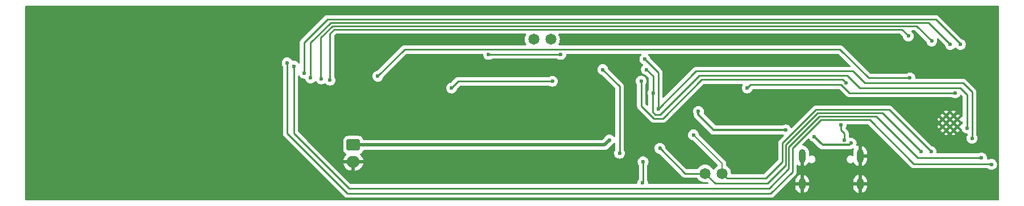
<source format=gbr>
%TF.GenerationSoftware,KiCad,Pcbnew,8.0.2*%
%TF.CreationDate,2024-11-22T23:26:06-05:00*%
%TF.ProjectId,PCB_Ruler_V1_2024,5043425f-5275-46c6-9572-5f56315f3230,rev?*%
%TF.SameCoordinates,Original*%
%TF.FileFunction,Copper,L2,Bot*%
%TF.FilePolarity,Positive*%
%FSLAX46Y46*%
G04 Gerber Fmt 4.6, Leading zero omitted, Abs format (unit mm)*
G04 Created by KiCad (PCBNEW 8.0.2) date 2024-11-22 23:26:06*
%MOMM*%
%LPD*%
G01*
G04 APERTURE LIST*
G04 Aperture macros list*
%AMRoundRect*
0 Rectangle with rounded corners*
0 $1 Rounding radius*
0 $2 $3 $4 $5 $6 $7 $8 $9 X,Y pos of 4 corners*
0 Add a 4 corners polygon primitive as box body*
4,1,4,$2,$3,$4,$5,$6,$7,$8,$9,$2,$3,0*
0 Add four circle primitives for the rounded corners*
1,1,$1+$1,$2,$3*
1,1,$1+$1,$4,$5*
1,1,$1+$1,$6,$7*
1,1,$1+$1,$8,$9*
0 Add four rect primitives between the rounded corners*
20,1,$1+$1,$2,$3,$4,$5,0*
20,1,$1+$1,$4,$5,$6,$7,0*
20,1,$1+$1,$6,$7,$8,$9,0*
20,1,$1+$1,$8,$9,$2,$3,0*%
G04 Aperture macros list end*
%TA.AperFunction,ComponentPad*%
%ADD10C,1.650000*%
%TD*%
%TA.AperFunction,ComponentPad*%
%ADD11RoundRect,0.250000X-0.750000X0.600000X-0.750000X-0.600000X0.750000X-0.600000X0.750000X0.600000X0*%
%TD*%
%TA.AperFunction,ComponentPad*%
%ADD12O,2.000000X1.700000*%
%TD*%
%TA.AperFunction,ComponentPad*%
%ADD13C,0.400000*%
%TD*%
%TA.AperFunction,ComponentPad*%
%ADD14O,1.000000X2.100000*%
%TD*%
%TA.AperFunction,ComponentPad*%
%ADD15O,1.000000X1.800000*%
%TD*%
%TA.AperFunction,ViaPad*%
%ADD16C,0.600000*%
%TD*%
%TA.AperFunction,Conductor*%
%ADD17C,0.254000*%
%TD*%
%TA.AperFunction,Conductor*%
%ADD18C,0.380000*%
%TD*%
%TA.AperFunction,Conductor*%
%ADD19C,0.500000*%
%TD*%
%TA.AperFunction,Conductor*%
%ADD20C,0.200000*%
%TD*%
G04 APERTURE END LIST*
D10*
%TO.P,J4,1*%
%TO.N,INT2_IMU{slash}TX*%
X202770000Y-148000000D03*
%TO.P,J4,2*%
%TO.N,INT1_IMU{slash}RX*%
X200230000Y-148000000D03*
%TD*%
%TO.P,J5,1*%
%TO.N,IO7*%
X174730000Y-128000000D03*
%TO.P,J5,2*%
%TO.N,IO8*%
X177270000Y-128000000D03*
%TD*%
D11*
%TO.P,J2,1,+*%
%TO.N,Vbat+*%
X147850000Y-143750000D03*
D12*
%TO.P,J2,2,-*%
%TO.N,GND*%
X147850000Y-146250000D03*
%TD*%
D13*
%TO.P,U1,28,GND__10*%
%TO.N,GND*%
X237800000Y-139910000D03*
%TO.P,U1,29,GND__11*%
X237800000Y-141010000D03*
%TO.P,U1,30,GND__12*%
X237250000Y-139360000D03*
%TO.P,U1,31,GND__13*%
X237250000Y-140460000D03*
%TO.P,U1,32,GND__14*%
X237250000Y-141560000D03*
%TO.P,U1,33,GND__15*%
X236700000Y-139910000D03*
%TO.P,U1,34,GND__16*%
X236700000Y-141010000D03*
%TO.P,U1,35,GND__17*%
X236150000Y-139360000D03*
%TO.P,U1,36,GND__18*%
X236150000Y-140460000D03*
%TO.P,U1,37,GND__19*%
X236150000Y-141560000D03*
%TO.P,U1,38,GND__20*%
X235600000Y-139910000D03*
%TO.P,U1,39,GND__21*%
X235600000Y-141010000D03*
%TD*%
D14*
%TO.P,J1,S1,SHIELD*%
%TO.N,GND*%
X214680000Y-145375000D03*
D15*
X214680000Y-149575000D03*
D14*
X223320000Y-145375000D03*
D15*
X223320000Y-149575000D03*
%TD*%
D16*
%TO.N,GND*%
X180750000Y-141750000D03*
X212750000Y-127750000D03*
X233000000Y-141000000D03*
X207250000Y-143250000D03*
X185000000Y-127750000D03*
X161892855Y-147000000D03*
X169000000Y-137250000D03*
X155500000Y-141500000D03*
X182750000Y-142500000D03*
X180750000Y-148250000D03*
X158678570Y-147000000D03*
X163125000Y-127500000D03*
X174750000Y-147000000D03*
X155500000Y-127500000D03*
X240500000Y-126500000D03*
X197250000Y-144500000D03*
X160000000Y-134000000D03*
X140500000Y-136000000D03*
X242000000Y-141500000D03*
X231000000Y-128750000D03*
X184500000Y-133750000D03*
X152250000Y-131000000D03*
X223750000Y-143250000D03*
X180600000Y-130600000D03*
X204750000Y-140250000D03*
X202250000Y-131500000D03*
X228500000Y-131500000D03*
X218500000Y-131250000D03*
X162250000Y-139250000D03*
X213750000Y-138500000D03*
X210000000Y-144750000D03*
X165500000Y-132750000D03*
X202250000Y-128000000D03*
X226750000Y-137250000D03*
X235250000Y-124250000D03*
X213750000Y-135750000D03*
X242000000Y-135000000D03*
X182750000Y-145500000D03*
X137250000Y-146750000D03*
X136500000Y-128750000D03*
X148000000Y-134750000D03*
X171000000Y-137750000D03*
X184500000Y-138750000D03*
X215500000Y-143250000D03*
X200500000Y-142250000D03*
X148000000Y-129250000D03*
X165750000Y-137250000D03*
X165500000Y-142000000D03*
X207250000Y-127750000D03*
X143250000Y-136000000D03*
X171535710Y-147000000D03*
X176000000Y-131750000D03*
X220250000Y-128500000D03*
X207250000Y-145500000D03*
X216500000Y-147750000D03*
X185000000Y-148000000D03*
X151687500Y-127500000D03*
X155500000Y-135125000D03*
X242000000Y-150500000D03*
X213250000Y-131000000D03*
X166937500Y-127500000D03*
X237000000Y-133000000D03*
X188250000Y-147500000D03*
X226500000Y-150500000D03*
X196250000Y-128000000D03*
X215750000Y-127400000D03*
X177500000Y-138750000D03*
X155500000Y-133000000D03*
X227750000Y-128500000D03*
X232750000Y-137750000D03*
X184500000Y-131500000D03*
X152250000Y-147000000D03*
X155500000Y-137250000D03*
X148000000Y-132500000D03*
X203500000Y-145500000D03*
X239000000Y-150500000D03*
X193000000Y-147500000D03*
X191250000Y-128000000D03*
X159250000Y-137000000D03*
X165107140Y-147000000D03*
X155464285Y-147000000D03*
X155500000Y-139375000D03*
X219250000Y-135750000D03*
X221250000Y-147750000D03*
X239500000Y-129000000D03*
X242000000Y-138250000D03*
X177500000Y-142250000D03*
X235250000Y-129000000D03*
X168321425Y-147000000D03*
X197750000Y-146000000D03*
X202200000Y-137800000D03*
X179500000Y-135000000D03*
X159312500Y-127500000D03*
X207250000Y-138500000D03*
X200500000Y-135250000D03*
%TO.N,+5V*%
X222000000Y-143500000D03*
X216500000Y-142500000D03*
%TO.N,Vbat+*%
X186000000Y-143000000D03*
X212250000Y-141500000D03*
X199250000Y-138750000D03*
%TO.N,INT2_IMU{slash}TX*%
X233900000Y-144750000D03*
X198500000Y-142250000D03*
%TO.N,Net-(J1-CC2)*%
X221000000Y-143000000D03*
X220500000Y-140750000D03*
%TO.N,RESET_Ecran*%
X144380924Y-134077898D03*
X230500000Y-127500000D03*
%TO.N,CS_Ecran*%
X230750000Y-133750000D03*
X151500000Y-133500000D03*
%TO.N,SPI_CLK*%
X141500000Y-133750000D03*
X236750000Y-128750000D03*
%TO.N,Touch0*%
X242900000Y-146650000D03*
X138000000Y-131500000D03*
%TO.N,RS*%
X143085882Y-133895546D03*
X234000000Y-128250000D03*
%TO.N,SPI_MOSI*%
X140566386Y-133062100D03*
X238250000Y-128750000D03*
%TO.N,Touch1*%
X241400000Y-145675000D03*
X139000000Y-132000000D03*
%TO.N,INT1_IMU{slash}RX*%
X193500000Y-144250000D03*
X232400000Y-144750000D03*
%TO.N,SDA*%
X191256381Y-130930331D03*
X193250000Y-138377000D03*
X240000000Y-142750000D03*
%TO.N,SCL*%
X192500000Y-136000000D03*
X191000000Y-146250000D03*
X239250000Y-141250000D03*
X190924265Y-149424265D03*
X191500000Y-132500000D03*
%TO.N,Val_Bat*%
X237500000Y-136000000D03*
X206500000Y-135250000D03*
%TO.N,XSHUT*%
X185000000Y-132500000D03*
X187500000Y-145000000D03*
%TO.N,Button1*%
X178750000Y-130250000D03*
X168000000Y-130250000D03*
%TO.N,Button3*%
X162500000Y-135250000D03*
X177500000Y-134250000D03*
%TO.N,INT_IO_Extender*%
X190719669Y-134219669D03*
X221250000Y-134500000D03*
%TD*%
D17*
%TO.N,INT_IO_Extender*%
X192600000Y-139800000D02*
X190719669Y-137919669D01*
X220750000Y-134000000D02*
X199750000Y-134000000D01*
X199750000Y-134000000D02*
X193950000Y-139800000D01*
X193950000Y-139800000D02*
X192600000Y-139800000D01*
X221250000Y-134500000D02*
X220750000Y-134000000D01*
X190719669Y-137919669D02*
X190719669Y-134219669D01*
%TO.N,SCL*%
X192400000Y-138800000D02*
X192400000Y-136100000D01*
X192400000Y-136100000D02*
X192500000Y-136000000D01*
X193550000Y-139200000D02*
X192800000Y-139200000D01*
X199377000Y-133373000D02*
X193550000Y-139200000D01*
X221373000Y-133373000D02*
X199377000Y-133373000D01*
X192800000Y-139200000D02*
X192400000Y-138800000D01*
X238250000Y-135250000D02*
X223250000Y-135250000D01*
X239250000Y-136250000D02*
X238250000Y-135250000D01*
X239250000Y-141250000D02*
X239250000Y-136250000D01*
X223250000Y-135250000D02*
X221373000Y-133373000D01*
D18*
%TO.N,+5V*%
X216500000Y-142500000D02*
X217725000Y-143725000D01*
X221775000Y-143725000D02*
X222000000Y-143500000D01*
X217725000Y-143725000D02*
X221775000Y-143725000D01*
D19*
%TO.N,Vbat+*%
X186000000Y-143000000D02*
X185250000Y-143750000D01*
D18*
X199250000Y-139250000D02*
X199250000Y-138750000D01*
X201500000Y-141500000D02*
X199250000Y-139250000D01*
D19*
X185250000Y-143750000D02*
X147850000Y-143750000D01*
D18*
X212250000Y-141500000D02*
X201500000Y-141500000D01*
D17*
%TO.N,INT2_IMU{slash}TX*%
X216750000Y-138500000D02*
X211750000Y-143500000D01*
X209250000Y-148750000D02*
X203520000Y-148750000D01*
D20*
X202770000Y-146520000D02*
X202770000Y-148000000D01*
D17*
X227650000Y-138500000D02*
X216750000Y-138500000D01*
X211750000Y-143500000D02*
X211750000Y-146250000D01*
D20*
X198500000Y-142250000D02*
X202770000Y-146520000D01*
D17*
X233900000Y-144750000D02*
X227650000Y-138500000D01*
X211750000Y-146250000D02*
X209250000Y-148750000D01*
X203520000Y-148750000D02*
X202770000Y-148000000D01*
%TO.N,Net-(J1-CC2)*%
X221000000Y-142000000D02*
X220500000Y-141500000D01*
X221000000Y-143000000D02*
X221000000Y-142000000D01*
X220500000Y-141500000D02*
X220500000Y-140750000D01*
%TO.N,RESET_Ecran*%
X229500000Y-126500000D02*
X230500000Y-127500000D01*
X144380924Y-134077898D02*
X144380924Y-127119076D01*
X145000000Y-126500000D02*
X229500000Y-126500000D01*
X144380924Y-127119076D02*
X145000000Y-126500000D01*
%TO.N,CS_Ecran*%
X220325000Y-129500000D02*
X155500000Y-129500000D01*
X155500000Y-129500000D02*
X151500000Y-133500000D01*
X230750000Y-133750000D02*
X224575000Y-133750000D01*
X224575000Y-133750000D02*
X220325000Y-129500000D01*
%TO.N,SPI_CLK*%
X141500000Y-133750000D02*
X141500000Y-128500000D01*
X141500000Y-128500000D02*
X144500000Y-125500000D01*
X233500000Y-125500000D02*
X236750000Y-128750000D01*
X144500000Y-125500000D02*
X233500000Y-125500000D01*
%TO.N,Touch0*%
X213250000Y-147750000D02*
X210000000Y-151000000D01*
X213250000Y-144250000D02*
X213250000Y-147750000D01*
X231325000Y-146575000D02*
X224750000Y-140000000D01*
X217500000Y-140000000D02*
X213250000Y-144250000D01*
X210000000Y-151000000D02*
X147000000Y-151000000D01*
X224750000Y-140000000D02*
X217500000Y-140000000D01*
X242825000Y-146575000D02*
X231325000Y-146575000D01*
X138000000Y-142000000D02*
X138000000Y-131500000D01*
X147000000Y-151000000D02*
X138000000Y-142000000D01*
X242900000Y-146650000D02*
X242825000Y-146575000D01*
%TO.N,RS*%
X143085882Y-133895546D02*
X143016974Y-133826638D01*
X143016974Y-133826638D02*
X143016974Y-127733026D01*
X143016974Y-127733026D02*
X144750000Y-126000000D01*
X231750000Y-126000000D02*
X234000000Y-128250000D01*
X144750000Y-126000000D02*
X231750000Y-126000000D01*
%TO.N,SPI_MOSI*%
X144000000Y-125000000D02*
X234565686Y-125000000D01*
X140500000Y-128500000D02*
X144000000Y-125000000D01*
X140500000Y-132995714D02*
X140500000Y-128500000D01*
X140566386Y-133062100D02*
X140500000Y-132995714D01*
X238250000Y-128684314D02*
X238250000Y-128750000D01*
X234565686Y-125000000D02*
X238250000Y-128684314D01*
%TO.N,Touch1*%
X209800000Y-150200000D02*
X147200000Y-150200000D01*
X217250000Y-139500000D02*
X212704000Y-144046000D01*
X147200000Y-150200000D02*
X139000000Y-142000000D01*
X231875000Y-145650000D02*
X225725000Y-139500000D01*
X241375000Y-145650000D02*
X231875000Y-145650000D01*
X139000000Y-142000000D02*
X139000000Y-132000000D01*
X212704000Y-147296000D02*
X209800000Y-150200000D01*
X212704000Y-144046000D02*
X212704000Y-147296000D01*
X241400000Y-145675000D02*
X241375000Y-145650000D01*
X225725000Y-139500000D02*
X217250000Y-139500000D01*
%TO.N,INT1_IMU{slash}RX*%
X232400000Y-144750000D02*
X226650000Y-139000000D01*
X226650000Y-139000000D02*
X217000000Y-139000000D01*
X212250000Y-146750000D02*
X209500000Y-149500000D01*
X193500000Y-144250000D02*
X197250000Y-148000000D01*
X197250000Y-148000000D02*
X200230000Y-148000000D01*
X217000000Y-139000000D02*
X212250000Y-143750000D01*
X201730000Y-149500000D02*
X200230000Y-148000000D01*
X209500000Y-149500000D02*
X201730000Y-149500000D01*
X212250000Y-143750000D02*
X212250000Y-146750000D01*
%TO.N,SDA*%
X240000000Y-135863288D02*
X238636712Y-134500000D01*
X238636712Y-134500000D02*
X224000000Y-134500000D01*
X198877000Y-132750000D02*
X193250000Y-138377000D01*
X193250000Y-132923950D02*
X193250000Y-138377000D01*
X191256381Y-130930331D02*
X193250000Y-132923950D01*
X222250000Y-132750000D02*
X198877000Y-132750000D01*
X240000000Y-142750000D02*
X240000000Y-135863288D01*
X224000000Y-134500000D02*
X222250000Y-132750000D01*
%TO.N,SCL*%
X191500000Y-132500000D02*
X192500000Y-133500000D01*
X191000000Y-149348530D02*
X191000000Y-146250000D01*
X192500000Y-133500000D02*
X192500000Y-136000000D01*
X190924265Y-149424265D02*
X191000000Y-149348530D01*
%TO.N,Val_Bat*%
X221750000Y-136000000D02*
X237500000Y-136000000D01*
X207000000Y-134750000D02*
X220500000Y-134750000D01*
X220500000Y-134750000D02*
X221750000Y-136000000D01*
X206500000Y-135250000D02*
X207000000Y-134750000D01*
%TO.N,XSHUT*%
X185000000Y-132500000D02*
X187500000Y-135000000D01*
X187500000Y-135000000D02*
X187500000Y-145000000D01*
%TO.N,Button1*%
X168000000Y-130250000D02*
X178750000Y-130250000D01*
%TO.N,Button3*%
X177500000Y-134250000D02*
X163500000Y-134250000D01*
X163500000Y-134250000D02*
X162500000Y-135250000D01*
%TD*%
%TA.AperFunction,Conductor*%
%TO.N,GND*%
G36*
X220080758Y-130147185D02*
G01*
X220101400Y-130163819D01*
X221848400Y-131910819D01*
X221881885Y-131972142D01*
X221876901Y-132041834D01*
X221835029Y-132097767D01*
X221769565Y-132122184D01*
X221760719Y-132122500D01*
X198815192Y-132122500D01*
X198693973Y-132146611D01*
X198693973Y-132146612D01*
X198693970Y-132146613D01*
X198693966Y-132146614D01*
X198627070Y-132174323D01*
X198627068Y-132174323D01*
X198579770Y-132193915D01*
X198476989Y-132262590D01*
X198476988Y-132262591D01*
X194089181Y-136650399D01*
X194027858Y-136683884D01*
X193958166Y-136678900D01*
X193902233Y-136637028D01*
X193877816Y-136571564D01*
X193877500Y-136562718D01*
X193877500Y-132862146D01*
X193877499Y-132862145D01*
X193866038Y-132804523D01*
X193866038Y-132804520D01*
X193853387Y-132740922D01*
X193853386Y-132740915D01*
X193825729Y-132674147D01*
X193815956Y-132650552D01*
X193815946Y-132650531D01*
X193815934Y-132650500D01*
X193806083Y-132626717D01*
X193737414Y-132523946D01*
X193737413Y-132523944D01*
X193713465Y-132499996D01*
X193650008Y-132436539D01*
X192082233Y-130868764D01*
X192048748Y-130807441D01*
X192046695Y-130794979D01*
X192041749Y-130751076D01*
X191982170Y-130580809D01*
X191886197Y-130428069D01*
X191797309Y-130339181D01*
X191763824Y-130277858D01*
X191768808Y-130208166D01*
X191810680Y-130152233D01*
X191876144Y-130127816D01*
X191884990Y-130127500D01*
X220013719Y-130127500D01*
X220080758Y-130147185D01*
G37*
%TD.AperFunction*%
%TA.AperFunction,Conductor*%
G36*
X243943039Y-123020185D02*
G01*
X243988794Y-123072989D01*
X244000000Y-123124500D01*
X244000000Y-151875500D01*
X243980315Y-151942539D01*
X243927511Y-151988294D01*
X243876000Y-151999500D01*
X99124500Y-151999500D01*
X99057461Y-151979815D01*
X99011706Y-151927011D01*
X99000500Y-151875500D01*
X99000500Y-131499996D01*
X137194435Y-131499996D01*
X137194435Y-131500003D01*
X137214630Y-131679249D01*
X137214631Y-131679254D01*
X137274211Y-131849524D01*
X137312726Y-131910819D01*
X137351258Y-131972142D01*
X137353493Y-131975698D01*
X137372500Y-132041671D01*
X137372500Y-142061807D01*
X137396612Y-142183027D01*
X137396614Y-142183035D01*
X137430062Y-142263785D01*
X137435014Y-142275739D01*
X137443917Y-142297233D01*
X137512209Y-142399440D01*
X137512229Y-142399501D01*
X137512244Y-142399492D01*
X137512585Y-142400004D01*
X137512593Y-142400013D01*
X146512589Y-151400008D01*
X146599992Y-151487411D01*
X146599993Y-151487412D01*
X146702760Y-151556079D01*
X146702773Y-151556086D01*
X146816960Y-151603383D01*
X146816965Y-151603385D01*
X146816969Y-151603385D01*
X146816970Y-151603386D01*
X146938194Y-151627500D01*
X146938197Y-151627500D01*
X210061804Y-151627500D01*
X210061805Y-151627499D01*
X210183035Y-151603386D01*
X210263784Y-151569937D01*
X210297233Y-151556083D01*
X210400008Y-151487411D01*
X210487411Y-151400008D01*
X212810915Y-149076504D01*
X213680000Y-149076504D01*
X213680000Y-149325000D01*
X214380000Y-149325000D01*
X214380000Y-149825000D01*
X213680000Y-149825000D01*
X213680000Y-150073495D01*
X213718427Y-150266681D01*
X213718430Y-150266693D01*
X213793807Y-150448671D01*
X213793814Y-150448684D01*
X213903248Y-150612462D01*
X213903251Y-150612466D01*
X214042533Y-150751748D01*
X214042537Y-150751751D01*
X214206315Y-150861185D01*
X214206328Y-150861192D01*
X214388308Y-150936569D01*
X214430000Y-150944862D01*
X214430000Y-150141988D01*
X214439940Y-150159205D01*
X214495795Y-150215060D01*
X214564204Y-150254556D01*
X214640504Y-150275000D01*
X214719496Y-150275000D01*
X214795796Y-150254556D01*
X214864205Y-150215060D01*
X214920060Y-150159205D01*
X214930000Y-150141988D01*
X214930000Y-150944862D01*
X214971690Y-150936569D01*
X214971692Y-150936569D01*
X215153671Y-150861192D01*
X215153684Y-150861185D01*
X215317462Y-150751751D01*
X215317466Y-150751748D01*
X215456748Y-150612466D01*
X215456751Y-150612462D01*
X215566185Y-150448684D01*
X215566192Y-150448671D01*
X215641569Y-150266693D01*
X215641572Y-150266681D01*
X215679999Y-150073495D01*
X215680000Y-150073492D01*
X215680000Y-149825000D01*
X214980000Y-149825000D01*
X214980000Y-149325000D01*
X215680000Y-149325000D01*
X215680000Y-149076508D01*
X215679999Y-149076504D01*
X222320000Y-149076504D01*
X222320000Y-149325000D01*
X223020000Y-149325000D01*
X223020000Y-149825000D01*
X222320000Y-149825000D01*
X222320000Y-150073495D01*
X222358427Y-150266681D01*
X222358430Y-150266693D01*
X222433807Y-150448671D01*
X222433814Y-150448684D01*
X222543248Y-150612462D01*
X222543251Y-150612466D01*
X222682533Y-150751748D01*
X222682537Y-150751751D01*
X222846315Y-150861185D01*
X222846328Y-150861192D01*
X223028308Y-150936569D01*
X223070000Y-150944862D01*
X223070000Y-150141988D01*
X223079940Y-150159205D01*
X223135795Y-150215060D01*
X223204204Y-150254556D01*
X223280504Y-150275000D01*
X223359496Y-150275000D01*
X223435796Y-150254556D01*
X223504205Y-150215060D01*
X223560060Y-150159205D01*
X223570000Y-150141988D01*
X223570000Y-150944862D01*
X223611690Y-150936569D01*
X223611692Y-150936569D01*
X223793671Y-150861192D01*
X223793684Y-150861185D01*
X223957462Y-150751751D01*
X223957466Y-150751748D01*
X224096748Y-150612466D01*
X224096751Y-150612462D01*
X224206185Y-150448684D01*
X224206192Y-150448671D01*
X224281569Y-150266693D01*
X224281572Y-150266681D01*
X224319999Y-150073495D01*
X224320000Y-150073492D01*
X224320000Y-149825000D01*
X223620000Y-149825000D01*
X223620000Y-149325000D01*
X224320000Y-149325000D01*
X224320000Y-149076508D01*
X224319999Y-149076504D01*
X224281572Y-148883318D01*
X224281569Y-148883306D01*
X224206192Y-148701328D01*
X224206185Y-148701315D01*
X224096751Y-148537537D01*
X224096748Y-148537533D01*
X223957466Y-148398251D01*
X223957462Y-148398248D01*
X223793684Y-148288814D01*
X223793671Y-148288807D01*
X223611691Y-148213429D01*
X223611683Y-148213427D01*
X223570000Y-148205135D01*
X223570000Y-149008011D01*
X223560060Y-148990795D01*
X223504205Y-148934940D01*
X223435796Y-148895444D01*
X223359496Y-148875000D01*
X223280504Y-148875000D01*
X223204204Y-148895444D01*
X223135795Y-148934940D01*
X223079940Y-148990795D01*
X223070000Y-149008011D01*
X223070000Y-148205136D01*
X223069999Y-148205135D01*
X223028316Y-148213427D01*
X223028308Y-148213429D01*
X222846328Y-148288807D01*
X222846315Y-148288814D01*
X222682537Y-148398248D01*
X222682533Y-148398251D01*
X222543251Y-148537533D01*
X222543248Y-148537537D01*
X222433814Y-148701315D01*
X222433807Y-148701328D01*
X222358430Y-148883306D01*
X222358427Y-148883318D01*
X222320000Y-149076504D01*
X215679999Y-149076504D01*
X215641572Y-148883318D01*
X215641569Y-148883306D01*
X215566192Y-148701328D01*
X215566185Y-148701315D01*
X215456751Y-148537537D01*
X215456748Y-148537533D01*
X215317466Y-148398251D01*
X215317462Y-148398248D01*
X215153684Y-148288814D01*
X215153671Y-148288807D01*
X214971691Y-148213429D01*
X214971683Y-148213427D01*
X214930000Y-148205135D01*
X214930000Y-149008011D01*
X214920060Y-148990795D01*
X214864205Y-148934940D01*
X214795796Y-148895444D01*
X214719496Y-148875000D01*
X214640504Y-148875000D01*
X214564204Y-148895444D01*
X214495795Y-148934940D01*
X214439940Y-148990795D01*
X214430000Y-149008011D01*
X214430000Y-148205136D01*
X214429999Y-148205135D01*
X214388316Y-148213427D01*
X214388308Y-148213429D01*
X214206328Y-148288807D01*
X214206315Y-148288814D01*
X214042537Y-148398248D01*
X214042533Y-148398251D01*
X213903251Y-148537533D01*
X213903248Y-148537537D01*
X213793814Y-148701315D01*
X213793807Y-148701328D01*
X213718430Y-148883306D01*
X213718427Y-148883318D01*
X213680000Y-149076504D01*
X212810915Y-149076504D01*
X213737411Y-148150008D01*
X213768510Y-148103465D01*
X213806083Y-148047233D01*
X213853385Y-147933035D01*
X213877500Y-147811803D01*
X213877500Y-146823464D01*
X213897185Y-146756425D01*
X213949989Y-146710670D01*
X214019147Y-146700726D01*
X214070391Y-146720362D01*
X214206316Y-146811185D01*
X214206328Y-146811192D01*
X214388308Y-146886569D01*
X214430000Y-146894862D01*
X214430000Y-146091988D01*
X214439940Y-146109205D01*
X214495795Y-146165060D01*
X214564204Y-146204556D01*
X214640504Y-146225000D01*
X214719496Y-146225000D01*
X214795796Y-146204556D01*
X214864205Y-146165060D01*
X214920060Y-146109205D01*
X214930000Y-146091988D01*
X214930000Y-146894862D01*
X214971690Y-146886569D01*
X214971692Y-146886569D01*
X215153671Y-146811192D01*
X215153684Y-146811185D01*
X215317462Y-146701751D01*
X215317466Y-146701748D01*
X215456748Y-146562466D01*
X215456751Y-146562462D01*
X215566181Y-146398690D01*
X215569037Y-146393346D01*
X215617993Y-146343495D01*
X215686128Y-146328025D01*
X215751811Y-146351847D01*
X215753895Y-146353412D01*
X215756632Y-146355512D01*
X215756635Y-146355515D01*
X215887865Y-146431281D01*
X216034234Y-146470500D01*
X216034236Y-146470500D01*
X216185764Y-146470500D01*
X216185766Y-146470500D01*
X216332135Y-146431281D01*
X216463365Y-146355515D01*
X216570515Y-146248365D01*
X216646281Y-146117135D01*
X216685500Y-145970766D01*
X216685500Y-145819234D01*
X216646281Y-145672865D01*
X216570515Y-145541635D01*
X216463365Y-145434485D01*
X216353999Y-145371342D01*
X216332136Y-145358719D01*
X216258950Y-145339109D01*
X216185766Y-145319500D01*
X216034234Y-145319500D01*
X215887865Y-145358719D01*
X215887864Y-145358719D01*
X215887862Y-145358720D01*
X215887861Y-145358720D01*
X215866000Y-145371342D01*
X215798099Y-145387815D01*
X215732073Y-145364962D01*
X215688882Y-145310041D01*
X215680000Y-145263955D01*
X215680000Y-144726508D01*
X215679999Y-144726504D01*
X215641572Y-144533318D01*
X215641569Y-144533306D01*
X215566192Y-144351328D01*
X215566185Y-144351315D01*
X215456751Y-144187537D01*
X215456748Y-144187533D01*
X215317466Y-144048251D01*
X215317462Y-144048248D01*
X215153684Y-143938814D01*
X215153671Y-143938807D01*
X214971693Y-143863430D01*
X214971681Y-143863427D01*
X214825796Y-143834409D01*
X214763885Y-143802025D01*
X214729311Y-143741309D01*
X214733050Y-143671539D01*
X214762303Y-143625115D01*
X215573825Y-142813592D01*
X215635146Y-142780109D01*
X215704838Y-142785093D01*
X215760771Y-142826965D01*
X215773225Y-142847475D01*
X215774210Y-142849522D01*
X215861724Y-142988798D01*
X215870184Y-143002262D01*
X215997738Y-143129816D01*
X216150478Y-143225789D01*
X216275740Y-143269619D01*
X216322466Y-143298980D01*
X217188654Y-144165168D01*
X217249275Y-144225789D01*
X217284833Y-144261347D01*
X217397919Y-144336909D01*
X217397932Y-144336916D01*
X217523584Y-144388962D01*
X217523589Y-144388964D01*
X217523593Y-144388964D01*
X217523594Y-144388965D01*
X217656989Y-144415500D01*
X217656992Y-144415500D01*
X221843010Y-144415500D01*
X221932756Y-144397647D01*
X221976412Y-144388964D01*
X222102074Y-144336913D01*
X222166091Y-144294137D01*
X222194016Y-144280202D01*
X222247352Y-144261539D01*
X222317127Y-144257979D01*
X222377754Y-144292708D01*
X222409981Y-144354701D01*
X222403576Y-144424277D01*
X222402864Y-144426034D01*
X222358428Y-144533315D01*
X222358427Y-144533318D01*
X222320000Y-144726504D01*
X222320000Y-145263955D01*
X222300315Y-145330994D01*
X222247511Y-145376749D01*
X222178353Y-145386693D01*
X222134000Y-145371342D01*
X222112138Y-145358720D01*
X222112135Y-145358719D01*
X221965766Y-145319500D01*
X221814234Y-145319500D01*
X221667863Y-145358719D01*
X221536635Y-145434485D01*
X221536632Y-145434487D01*
X221429487Y-145541632D01*
X221429485Y-145541635D01*
X221353719Y-145672863D01*
X221353146Y-145675003D01*
X221314500Y-145819234D01*
X221314500Y-145970766D01*
X221331751Y-146035149D01*
X221353719Y-146117136D01*
X221391602Y-146182750D01*
X221429485Y-146248365D01*
X221536635Y-146355515D01*
X221667865Y-146431281D01*
X221814234Y-146470500D01*
X221814236Y-146470500D01*
X221965764Y-146470500D01*
X221965766Y-146470500D01*
X222112135Y-146431281D01*
X222243365Y-146355515D01*
X222243373Y-146355506D01*
X222246105Y-146353412D01*
X222248834Y-146352356D01*
X222250403Y-146351451D01*
X222250544Y-146351695D01*
X222311274Y-146328215D01*
X222379719Y-146342251D01*
X222429710Y-146391064D01*
X222430955Y-146393335D01*
X222433812Y-146398680D01*
X222543248Y-146562462D01*
X222543251Y-146562466D01*
X222682533Y-146701748D01*
X222682537Y-146701751D01*
X222846315Y-146811185D01*
X222846328Y-146811192D01*
X223028308Y-146886569D01*
X223070000Y-146894862D01*
X223070000Y-146091988D01*
X223079940Y-146109205D01*
X223135795Y-146165060D01*
X223204204Y-146204556D01*
X223280504Y-146225000D01*
X223359496Y-146225000D01*
X223435796Y-146204556D01*
X223504205Y-146165060D01*
X223560060Y-146109205D01*
X223570000Y-146091988D01*
X223570000Y-146894862D01*
X223611690Y-146886569D01*
X223611692Y-146886569D01*
X223793671Y-146811192D01*
X223793684Y-146811185D01*
X223957462Y-146701751D01*
X223957466Y-146701748D01*
X224096748Y-146562466D01*
X224096751Y-146562462D01*
X224206185Y-146398684D01*
X224206192Y-146398671D01*
X224281569Y-146216693D01*
X224281572Y-146216681D01*
X224319999Y-146023495D01*
X224320000Y-146023492D01*
X224320000Y-145625000D01*
X223620000Y-145625000D01*
X223620000Y-145125000D01*
X224320000Y-145125000D01*
X224320000Y-144726508D01*
X224319999Y-144726504D01*
X224281572Y-144533318D01*
X224281569Y-144533306D01*
X224206192Y-144351328D01*
X224206185Y-144351315D01*
X224096751Y-144187537D01*
X224096748Y-144187533D01*
X223957466Y-144048251D01*
X223957462Y-144048248D01*
X223793684Y-143938814D01*
X223793671Y-143938807D01*
X223611691Y-143863429D01*
X223611683Y-143863427D01*
X223570000Y-143855135D01*
X223570000Y-144658011D01*
X223560060Y-144640795D01*
X223504205Y-144584940D01*
X223435796Y-144545444D01*
X223359496Y-144525000D01*
X223280504Y-144525000D01*
X223204204Y-144545444D01*
X223135795Y-144584940D01*
X223079940Y-144640795D01*
X223070000Y-144658011D01*
X223070000Y-143855136D01*
X223069999Y-143855135D01*
X223028316Y-143863427D01*
X223028313Y-143863428D01*
X222924835Y-143906289D01*
X222855366Y-143913757D01*
X222792887Y-143882481D01*
X222757235Y-143822392D01*
X222759730Y-143752566D01*
X222760343Y-143750771D01*
X222761405Y-143747738D01*
X222785368Y-143679255D01*
X222785369Y-143679249D01*
X222805565Y-143500003D01*
X222805565Y-143499996D01*
X222785369Y-143320750D01*
X222785368Y-143320745D01*
X222744086Y-143202767D01*
X222725789Y-143150478D01*
X222629816Y-142997738D01*
X222502262Y-142870184D01*
X222439365Y-142830663D01*
X222349523Y-142774211D01*
X222179254Y-142714631D01*
X222179249Y-142714630D01*
X222000004Y-142694435D01*
X221999996Y-142694435D01*
X221847136Y-142711657D01*
X221778314Y-142699602D01*
X221728259Y-142654409D01*
X221646506Y-142524300D01*
X221627500Y-142458328D01*
X221627500Y-141938202D01*
X221627500Y-141938197D01*
X221626771Y-141934530D01*
X221626769Y-141934518D01*
X221626769Y-141934517D01*
X221603387Y-141816971D01*
X221603386Y-141816970D01*
X221603386Y-141816966D01*
X221570433Y-141737411D01*
X221570433Y-141737410D01*
X221556086Y-141702773D01*
X221556079Y-141702760D01*
X221487412Y-141599993D01*
X221447418Y-141559999D01*
X221400008Y-141512589D01*
X221203545Y-141316126D01*
X221170060Y-141254803D01*
X221175044Y-141185111D01*
X221186225Y-141162485D01*
X221225789Y-141099522D01*
X221285368Y-140929255D01*
X221285844Y-140925032D01*
X221306345Y-140743081D01*
X221307982Y-140743265D01*
X221325250Y-140684461D01*
X221378054Y-140638706D01*
X221429565Y-140627500D01*
X224438719Y-140627500D01*
X224505758Y-140647185D01*
X224526400Y-140663819D01*
X230837589Y-146975008D01*
X230924992Y-147062411D01*
X230924993Y-147062412D01*
X231027760Y-147131079D01*
X231027773Y-147131086D01*
X231141960Y-147178383D01*
X231141965Y-147178385D01*
X231141969Y-147178385D01*
X231141970Y-147178386D01*
X231263194Y-147202500D01*
X231263197Y-147202500D01*
X242269060Y-147202500D01*
X242336099Y-147222185D01*
X242356741Y-147238819D01*
X242397738Y-147279816D01*
X242485108Y-147334714D01*
X242545243Y-147372500D01*
X242550478Y-147375789D01*
X242670287Y-147417712D01*
X242720745Y-147435368D01*
X242720750Y-147435369D01*
X242899996Y-147455565D01*
X242900000Y-147455565D01*
X242900004Y-147455565D01*
X243079249Y-147435369D01*
X243079252Y-147435368D01*
X243079255Y-147435368D01*
X243249522Y-147375789D01*
X243402262Y-147279816D01*
X243529816Y-147152262D01*
X243625789Y-146999522D01*
X243685368Y-146829255D01*
X243685369Y-146829249D01*
X243705565Y-146650003D01*
X243705565Y-146649996D01*
X243685369Y-146470750D01*
X243685368Y-146470745D01*
X243675657Y-146442993D01*
X243625789Y-146300478D01*
X243529816Y-146147738D01*
X243402262Y-146020184D01*
X243379303Y-146005758D01*
X243249523Y-145924211D01*
X243079254Y-145864631D01*
X243079249Y-145864630D01*
X242900004Y-145844435D01*
X242899996Y-145844435D01*
X242720750Y-145864630D01*
X242720745Y-145864631D01*
X242550474Y-145924212D01*
X242543660Y-145928494D01*
X242477689Y-145947500D01*
X242313618Y-145947500D01*
X242246579Y-145927815D01*
X242200824Y-145875011D01*
X242190398Y-145809617D01*
X242205565Y-145675003D01*
X242205565Y-145674996D01*
X242185369Y-145495750D01*
X242185368Y-145495745D01*
X242163932Y-145434485D01*
X242125789Y-145325478D01*
X242087131Y-145263955D01*
X242029815Y-145172737D01*
X241902262Y-145045184D01*
X241749523Y-144949211D01*
X241579254Y-144889631D01*
X241579249Y-144889630D01*
X241400004Y-144869435D01*
X241399996Y-144869435D01*
X241220750Y-144889630D01*
X241220737Y-144889633D01*
X241050481Y-144949209D01*
X241050477Y-144949210D01*
X240964087Y-145003494D01*
X240898115Y-145022500D01*
X234813618Y-145022500D01*
X234746579Y-145002815D01*
X234700824Y-144950011D01*
X234690398Y-144884617D01*
X234705565Y-144750003D01*
X234705565Y-144749996D01*
X234685369Y-144570750D01*
X234685368Y-144570745D01*
X234672271Y-144533315D01*
X234625789Y-144400478D01*
X234625489Y-144400001D01*
X234558972Y-144294139D01*
X234529816Y-144247738D01*
X234402262Y-144120184D01*
X234393428Y-144114633D01*
X234249521Y-144024210D01*
X234079249Y-143964630D01*
X234035361Y-143959685D01*
X233970947Y-143932617D01*
X233961565Y-143924146D01*
X232213221Y-142175801D01*
X235817039Y-142175801D01*
X235899955Y-142219318D01*
X236065006Y-142260000D01*
X236234994Y-142260000D01*
X236400044Y-142219318D01*
X236482959Y-142175801D01*
X236917039Y-142175801D01*
X236999955Y-142219318D01*
X237165006Y-142260000D01*
X237334994Y-142260000D01*
X237500044Y-142219318D01*
X237582959Y-142175801D01*
X237250001Y-141842843D01*
X237250000Y-141842843D01*
X236917039Y-142175801D01*
X236482959Y-142175801D01*
X236150001Y-141842843D01*
X236150000Y-141842843D01*
X235817039Y-142175801D01*
X232213221Y-142175801D01*
X231663221Y-141625801D01*
X235267039Y-141625801D01*
X235349953Y-141669317D01*
X235389193Y-141678989D01*
X235449574Y-141714144D01*
X235475461Y-141755414D01*
X235525629Y-141887694D01*
X235531277Y-141895878D01*
X235867157Y-141560000D01*
X235867157Y-141559999D01*
X235837321Y-141530163D01*
X236000000Y-141530163D01*
X236000000Y-141589837D01*
X236022836Y-141644968D01*
X236065032Y-141687164D01*
X236120163Y-141710000D01*
X236179837Y-141710000D01*
X236234968Y-141687164D01*
X236277164Y-141644968D01*
X236300000Y-141589837D01*
X236300000Y-141560000D01*
X236432843Y-141560000D01*
X236700000Y-141827157D01*
X236967157Y-141560000D01*
X236937320Y-141530163D01*
X237100000Y-141530163D01*
X237100000Y-141589837D01*
X237122836Y-141644968D01*
X237165032Y-141687164D01*
X237220163Y-141710000D01*
X237279837Y-141710000D01*
X237334968Y-141687164D01*
X237377164Y-141644968D01*
X237400000Y-141589837D01*
X237400000Y-141560000D01*
X237532843Y-141560000D01*
X237868721Y-141895879D01*
X237874371Y-141887693D01*
X237924538Y-141755415D01*
X237966716Y-141699712D01*
X238010807Y-141678989D01*
X238050043Y-141669318D01*
X238132959Y-141625801D01*
X237800000Y-141292843D01*
X237532843Y-141560000D01*
X237400000Y-141560000D01*
X237400000Y-141530163D01*
X237377164Y-141475032D01*
X237334968Y-141432836D01*
X237279837Y-141410000D01*
X237220163Y-141410000D01*
X237165032Y-141432836D01*
X237122836Y-141475032D01*
X237100000Y-141530163D01*
X236937320Y-141530163D01*
X236700000Y-141292843D01*
X236432843Y-141560000D01*
X236300000Y-141560000D01*
X236300000Y-141530163D01*
X236277164Y-141475032D01*
X236234968Y-141432836D01*
X236179837Y-141410000D01*
X236120163Y-141410000D01*
X236065032Y-141432836D01*
X236022836Y-141475032D01*
X236000000Y-141530163D01*
X235837321Y-141530163D01*
X235600001Y-141292843D01*
X235600000Y-141292843D01*
X235267039Y-141625801D01*
X231663221Y-141625801D01*
X231047419Y-141009999D01*
X234894859Y-141009999D01*
X234894859Y-141010000D01*
X234915348Y-141178748D01*
X234915349Y-141178751D01*
X234975629Y-141337694D01*
X234981277Y-141345878D01*
X235317157Y-141010000D01*
X235317157Y-141009999D01*
X235287321Y-140980163D01*
X235450000Y-140980163D01*
X235450000Y-141039837D01*
X235472836Y-141094968D01*
X235515032Y-141137164D01*
X235570163Y-141160000D01*
X235629837Y-141160000D01*
X235684968Y-141137164D01*
X235727164Y-141094968D01*
X235750000Y-141039837D01*
X235750000Y-141010000D01*
X235882843Y-141010000D01*
X236150000Y-141277157D01*
X236417157Y-141010000D01*
X236387320Y-140980163D01*
X236550000Y-140980163D01*
X236550000Y-141039837D01*
X236572836Y-141094968D01*
X236615032Y-141137164D01*
X236670163Y-141160000D01*
X236729837Y-141160000D01*
X236784968Y-141137164D01*
X236827164Y-141094968D01*
X236850000Y-141039837D01*
X236850000Y-141010000D01*
X236982843Y-141010000D01*
X237250000Y-141277157D01*
X237517157Y-141010000D01*
X237487320Y-140980163D01*
X237650000Y-140980163D01*
X237650000Y-141039837D01*
X237672836Y-141094968D01*
X237715032Y-141137164D01*
X237770163Y-141160000D01*
X237829837Y-141160000D01*
X237884968Y-141137164D01*
X237927164Y-141094968D01*
X237950000Y-141039837D01*
X237950000Y-140980163D01*
X237927164Y-140925032D01*
X237884968Y-140882836D01*
X237829837Y-140860000D01*
X237770163Y-140860000D01*
X237715032Y-140882836D01*
X237672836Y-140925032D01*
X237650000Y-140980163D01*
X237487320Y-140980163D01*
X237250000Y-140742843D01*
X236982843Y-141010000D01*
X236850000Y-141010000D01*
X236850000Y-140980163D01*
X236827164Y-140925032D01*
X236784968Y-140882836D01*
X236729837Y-140860000D01*
X236670163Y-140860000D01*
X236615032Y-140882836D01*
X236572836Y-140925032D01*
X236550000Y-140980163D01*
X236387320Y-140980163D01*
X236150000Y-140742843D01*
X235882843Y-141010000D01*
X235750000Y-141010000D01*
X235750000Y-140980163D01*
X235727164Y-140925032D01*
X235684968Y-140882836D01*
X235629837Y-140860000D01*
X235570163Y-140860000D01*
X235515032Y-140882836D01*
X235472836Y-140925032D01*
X235450000Y-140980163D01*
X235287321Y-140980163D01*
X234981277Y-140674119D01*
X234975629Y-140682303D01*
X234975628Y-140682306D01*
X234915349Y-140841245D01*
X234915348Y-140841251D01*
X234894859Y-141009999D01*
X231047419Y-141009999D01*
X230497420Y-140460000D01*
X235332843Y-140460000D01*
X235600000Y-140727157D01*
X235867157Y-140460000D01*
X235837320Y-140430163D01*
X236000000Y-140430163D01*
X236000000Y-140489837D01*
X236022836Y-140544968D01*
X236065032Y-140587164D01*
X236120163Y-140610000D01*
X236179837Y-140610000D01*
X236234968Y-140587164D01*
X236277164Y-140544968D01*
X236300000Y-140489837D01*
X236300000Y-140460000D01*
X236432843Y-140460000D01*
X236700000Y-140727157D01*
X236967157Y-140460000D01*
X236937320Y-140430163D01*
X237100000Y-140430163D01*
X237100000Y-140489837D01*
X237122836Y-140544968D01*
X237165032Y-140587164D01*
X237220163Y-140610000D01*
X237279837Y-140610000D01*
X237334968Y-140587164D01*
X237377164Y-140544968D01*
X237400000Y-140489837D01*
X237400000Y-140460000D01*
X237532843Y-140460000D01*
X237800000Y-140727157D01*
X238067157Y-140460000D01*
X237800000Y-140192843D01*
X237532843Y-140460000D01*
X237400000Y-140460000D01*
X237400000Y-140430163D01*
X237377164Y-140375032D01*
X237334968Y-140332836D01*
X237279837Y-140310000D01*
X237220163Y-140310000D01*
X237165032Y-140332836D01*
X237122836Y-140375032D01*
X237100000Y-140430163D01*
X236937320Y-140430163D01*
X236700000Y-140192843D01*
X236432843Y-140460000D01*
X236300000Y-140460000D01*
X236300000Y-140430163D01*
X236277164Y-140375032D01*
X236234968Y-140332836D01*
X236179837Y-140310000D01*
X236120163Y-140310000D01*
X236065032Y-140332836D01*
X236022836Y-140375032D01*
X236000000Y-140430163D01*
X235837320Y-140430163D01*
X235600000Y-140192843D01*
X235332843Y-140460000D01*
X230497420Y-140460000D01*
X229947419Y-139909999D01*
X234894859Y-139909999D01*
X234894859Y-139910000D01*
X234915348Y-140078748D01*
X234915349Y-140078751D01*
X234975629Y-140237694D01*
X234981277Y-140245878D01*
X235317157Y-139910000D01*
X235317157Y-139909999D01*
X235287321Y-139880163D01*
X235450000Y-139880163D01*
X235450000Y-139939837D01*
X235472836Y-139994968D01*
X235515032Y-140037164D01*
X235570163Y-140060000D01*
X235629837Y-140060000D01*
X235684968Y-140037164D01*
X235727164Y-139994968D01*
X235750000Y-139939837D01*
X235750000Y-139910000D01*
X235882843Y-139910000D01*
X236150000Y-140177157D01*
X236417157Y-139910000D01*
X236387320Y-139880163D01*
X236550000Y-139880163D01*
X236550000Y-139939837D01*
X236572836Y-139994968D01*
X236615032Y-140037164D01*
X236670163Y-140060000D01*
X236729837Y-140060000D01*
X236784968Y-140037164D01*
X236827164Y-139994968D01*
X236850000Y-139939837D01*
X236850000Y-139910000D01*
X236982843Y-139910000D01*
X237250000Y-140177157D01*
X237517157Y-139910000D01*
X237487320Y-139880163D01*
X237650000Y-139880163D01*
X237650000Y-139939837D01*
X237672836Y-139994968D01*
X237715032Y-140037164D01*
X237770163Y-140060000D01*
X237829837Y-140060000D01*
X237884968Y-140037164D01*
X237927164Y-139994968D01*
X237950000Y-139939837D01*
X237950000Y-139880163D01*
X237927164Y-139825032D01*
X237884968Y-139782836D01*
X237829837Y-139760000D01*
X237770163Y-139760000D01*
X237715032Y-139782836D01*
X237672836Y-139825032D01*
X237650000Y-139880163D01*
X237487320Y-139880163D01*
X237250000Y-139642843D01*
X236982843Y-139910000D01*
X236850000Y-139910000D01*
X236850000Y-139880163D01*
X236827164Y-139825032D01*
X236784968Y-139782836D01*
X236729837Y-139760000D01*
X236670163Y-139760000D01*
X236615032Y-139782836D01*
X236572836Y-139825032D01*
X236550000Y-139880163D01*
X236387320Y-139880163D01*
X236150000Y-139642843D01*
X235882843Y-139910000D01*
X235750000Y-139910000D01*
X235750000Y-139880163D01*
X235727164Y-139825032D01*
X235684968Y-139782836D01*
X235629837Y-139760000D01*
X235570163Y-139760000D01*
X235515032Y-139782836D01*
X235472836Y-139825032D01*
X235450000Y-139880163D01*
X235287321Y-139880163D01*
X234981277Y-139574119D01*
X234975629Y-139582303D01*
X234975628Y-139582306D01*
X234915349Y-139741245D01*
X234915348Y-139741251D01*
X234894859Y-139909999D01*
X229947419Y-139909999D01*
X229331616Y-139294196D01*
X235267039Y-139294196D01*
X235600000Y-139627157D01*
X235867157Y-139360000D01*
X235867157Y-139359999D01*
X235837321Y-139330163D01*
X236000000Y-139330163D01*
X236000000Y-139389837D01*
X236022836Y-139444968D01*
X236065032Y-139487164D01*
X236120163Y-139510000D01*
X236179837Y-139510000D01*
X236234968Y-139487164D01*
X236277164Y-139444968D01*
X236300000Y-139389837D01*
X236300000Y-139360000D01*
X236432843Y-139360000D01*
X236700000Y-139627157D01*
X236967157Y-139360000D01*
X236937320Y-139330163D01*
X237100000Y-139330163D01*
X237100000Y-139389837D01*
X237122836Y-139444968D01*
X237165032Y-139487164D01*
X237220163Y-139510000D01*
X237279837Y-139510000D01*
X237334968Y-139487164D01*
X237377164Y-139444968D01*
X237400000Y-139389837D01*
X237400000Y-139359999D01*
X237532843Y-139359999D01*
X237532843Y-139360000D01*
X237800000Y-139627157D01*
X237800001Y-139627157D01*
X238132959Y-139294197D01*
X238132959Y-139294196D01*
X238050044Y-139250681D01*
X238050042Y-139250680D01*
X238010803Y-139241008D01*
X237950423Y-139205851D01*
X237924538Y-139164583D01*
X237874371Y-139032305D01*
X237868722Y-139024120D01*
X237868721Y-139024120D01*
X237532843Y-139359999D01*
X237400000Y-139359999D01*
X237400000Y-139330163D01*
X237377164Y-139275032D01*
X237334968Y-139232836D01*
X237279837Y-139210000D01*
X237220163Y-139210000D01*
X237165032Y-139232836D01*
X237122836Y-139275032D01*
X237100000Y-139330163D01*
X236937320Y-139330163D01*
X236700000Y-139092843D01*
X236432843Y-139360000D01*
X236300000Y-139360000D01*
X236300000Y-139330163D01*
X236277164Y-139275032D01*
X236234968Y-139232836D01*
X236179837Y-139210000D01*
X236120163Y-139210000D01*
X236065032Y-139232836D01*
X236022836Y-139275032D01*
X236000000Y-139330163D01*
X235837321Y-139330163D01*
X235531277Y-139024119D01*
X235525629Y-139032303D01*
X235525629Y-139032304D01*
X235475461Y-139164584D01*
X235433282Y-139220286D01*
X235389197Y-139241008D01*
X235349955Y-139250681D01*
X235349951Y-139250682D01*
X235267039Y-139294196D01*
X229331616Y-139294196D01*
X228781616Y-138744196D01*
X235817039Y-138744196D01*
X236150000Y-139077157D01*
X236150001Y-139077157D01*
X236482959Y-138744197D01*
X236482959Y-138744196D01*
X236917039Y-138744196D01*
X237250000Y-139077157D01*
X237250001Y-139077157D01*
X237582959Y-138744197D01*
X237582959Y-138744196D01*
X237500046Y-138700682D01*
X237334994Y-138660000D01*
X237165006Y-138660000D01*
X236999951Y-138700682D01*
X236917039Y-138744196D01*
X236482959Y-138744196D01*
X236400046Y-138700682D01*
X236234994Y-138660000D01*
X236065006Y-138660000D01*
X235899951Y-138700682D01*
X235817039Y-138744196D01*
X228781616Y-138744196D01*
X228050011Y-138012591D01*
X228050010Y-138012590D01*
X227978236Y-137964633D01*
X227978236Y-137964632D01*
X227947235Y-137943918D01*
X227947228Y-137943914D01*
X227913785Y-137930062D01*
X227833035Y-137896614D01*
X227833027Y-137896612D01*
X227711807Y-137872500D01*
X227711803Y-137872500D01*
X216811803Y-137872500D01*
X216688197Y-137872500D01*
X216688192Y-137872500D01*
X216566973Y-137896611D01*
X216566973Y-137896612D01*
X216566970Y-137896613D01*
X216566966Y-137896614D01*
X216500070Y-137924323D01*
X216500068Y-137924323D01*
X216452769Y-137943915D01*
X216452763Y-137943918D01*
X216421764Y-137964632D01*
X216421764Y-137964633D01*
X216349989Y-138012590D01*
X213176176Y-141186403D01*
X213114853Y-141219888D01*
X213045161Y-141214904D01*
X212989228Y-141173032D01*
X212976776Y-141152527D01*
X212975790Y-141150481D01*
X212975789Y-141150478D01*
X212879816Y-140997738D01*
X212752262Y-140870184D01*
X212736054Y-140860000D01*
X212599523Y-140774211D01*
X212429254Y-140714631D01*
X212429249Y-140714630D01*
X212250004Y-140694435D01*
X212249996Y-140694435D01*
X212070750Y-140714630D01*
X212070745Y-140714631D01*
X211900475Y-140774211D01*
X211874565Y-140790493D01*
X211808592Y-140809500D01*
X201837376Y-140809500D01*
X201770337Y-140789815D01*
X201749695Y-140773181D01*
X200056867Y-139080353D01*
X200023382Y-139019030D01*
X200027507Y-138951718D01*
X200035368Y-138929255D01*
X200055565Y-138750000D01*
X200054911Y-138744197D01*
X200035369Y-138570750D01*
X200035368Y-138570745D01*
X199975788Y-138400476D01*
X199925020Y-138319680D01*
X199879816Y-138247738D01*
X199752262Y-138120184D01*
X199696396Y-138085081D01*
X199599523Y-138024211D01*
X199429254Y-137964631D01*
X199429249Y-137964630D01*
X199250004Y-137944435D01*
X199249996Y-137944435D01*
X199070750Y-137964630D01*
X199070745Y-137964631D01*
X198900476Y-138024211D01*
X198747737Y-138120184D01*
X198620184Y-138247737D01*
X198524211Y-138400476D01*
X198464631Y-138570745D01*
X198464630Y-138570750D01*
X198444435Y-138749996D01*
X198444435Y-138750003D01*
X198464630Y-138929249D01*
X198464631Y-138929254D01*
X198524211Y-139099524D01*
X198540493Y-139125435D01*
X198559500Y-139191408D01*
X198559500Y-139318008D01*
X198559500Y-139318010D01*
X198559499Y-139318010D01*
X198586034Y-139451406D01*
X198586036Y-139451412D01*
X198638085Y-139577071D01*
X198638090Y-139577080D01*
X198713653Y-139690167D01*
X198713656Y-139690171D01*
X200963654Y-141940168D01*
X201021223Y-141997737D01*
X201059833Y-142036347D01*
X201172919Y-142111909D01*
X201172932Y-142111916D01*
X201283384Y-142157666D01*
X201298589Y-142163964D01*
X201298593Y-142163964D01*
X201298594Y-142163965D01*
X201431989Y-142190500D01*
X201431992Y-142190500D01*
X211808592Y-142190500D01*
X211874565Y-142209507D01*
X211882720Y-142214631D01*
X211900478Y-142225789D01*
X211900482Y-142225790D01*
X211902527Y-142226776D01*
X211903623Y-142227766D01*
X211906375Y-142229495D01*
X211906072Y-142229976D01*
X211954385Y-142273600D01*
X211972696Y-142341028D01*
X211951646Y-142407651D01*
X211936403Y-142426176D01*
X211492397Y-142870184D01*
X211349992Y-143012589D01*
X211328081Y-143034500D01*
X211262586Y-143099994D01*
X211262585Y-143099996D01*
X211193233Y-143203789D01*
X211191586Y-143208393D01*
X211146614Y-143316964D01*
X211146612Y-143316972D01*
X211126417Y-143418498D01*
X211126418Y-143418499D01*
X211122500Y-143438197D01*
X211122500Y-145938719D01*
X211102815Y-146005758D01*
X211086181Y-146026400D01*
X209026400Y-148086181D01*
X208965077Y-148119666D01*
X208938719Y-148122500D01*
X204224563Y-148122500D01*
X204157524Y-148102815D01*
X204111769Y-148050011D01*
X204102043Y-148005304D01*
X204101035Y-148005393D01*
X204080349Y-147768955D01*
X204080349Y-147768950D01*
X204020320Y-147544921D01*
X203922301Y-147334719D01*
X203922299Y-147334716D01*
X203922298Y-147334714D01*
X203789273Y-147144735D01*
X203789268Y-147144729D01*
X203625269Y-146980730D01*
X203435274Y-146847693D01*
X203432493Y-146846088D01*
X203431513Y-146845060D01*
X203430847Y-146844594D01*
X203430940Y-146844459D01*
X203384281Y-146795518D01*
X203370500Y-146738705D01*
X203370500Y-146609059D01*
X203370501Y-146609046D01*
X203370501Y-146440945D01*
X203370501Y-146440943D01*
X203329577Y-146288215D01*
X203300639Y-146238095D01*
X203250520Y-146151284D01*
X203138716Y-146039480D01*
X203138715Y-146039479D01*
X203134385Y-146035149D01*
X203134374Y-146035139D01*
X199330700Y-142231465D01*
X199297215Y-142170142D01*
X199295163Y-142157686D01*
X199285368Y-142070745D01*
X199225789Y-141900478D01*
X199129816Y-141747738D01*
X199002262Y-141620184D01*
X198909356Y-141561807D01*
X198849523Y-141524211D01*
X198679254Y-141464631D01*
X198679249Y-141464630D01*
X198500004Y-141444435D01*
X198499996Y-141444435D01*
X198320750Y-141464630D01*
X198320745Y-141464631D01*
X198150476Y-141524211D01*
X197997737Y-141620184D01*
X197870184Y-141747737D01*
X197774211Y-141900476D01*
X197714631Y-142070745D01*
X197714630Y-142070750D01*
X197694435Y-142249996D01*
X197694435Y-142250003D01*
X197714630Y-142429249D01*
X197714631Y-142429254D01*
X197774211Y-142599523D01*
X197833849Y-142694435D01*
X197870184Y-142752262D01*
X197997738Y-142879816D01*
X198150478Y-142975789D01*
X198320745Y-143035368D01*
X198407669Y-143045161D01*
X198472080Y-143072226D01*
X198481465Y-143080700D01*
X202084770Y-146684005D01*
X202118255Y-146745328D01*
X202113271Y-146815020D01*
X202071399Y-146870953D01*
X202068212Y-146873261D01*
X201914736Y-146980726D01*
X201914729Y-146980731D01*
X201750731Y-147144729D01*
X201750726Y-147144735D01*
X201617701Y-147334714D01*
X201617698Y-147334720D01*
X201612381Y-147346123D01*
X201566207Y-147398562D01*
X201499013Y-147417712D01*
X201432133Y-147397495D01*
X201387619Y-147346123D01*
X201385931Y-147342504D01*
X201382301Y-147334719D01*
X201382299Y-147334716D01*
X201382298Y-147334714D01*
X201249273Y-147144735D01*
X201249268Y-147144729D01*
X201085269Y-146980730D01*
X200962637Y-146894862D01*
X200895282Y-146847699D01*
X200685079Y-146749680D01*
X200685076Y-146749679D01*
X200685074Y-146749678D01*
X200461051Y-146689651D01*
X200461044Y-146689650D01*
X200230002Y-146669437D01*
X200229998Y-146669437D01*
X199998955Y-146689650D01*
X199998948Y-146689651D01*
X199774917Y-146749681D01*
X199564718Y-146847699D01*
X199564714Y-146847701D01*
X199374735Y-146980726D01*
X199374729Y-146980731D01*
X199210731Y-147144729D01*
X199210726Y-147144735D01*
X199088269Y-147319623D01*
X199033692Y-147363248D01*
X198986694Y-147372500D01*
X197561281Y-147372500D01*
X197494242Y-147352815D01*
X197473600Y-147336181D01*
X194325852Y-144188433D01*
X194292367Y-144127110D01*
X194290314Y-144114648D01*
X194285368Y-144070745D01*
X194225789Y-143900478D01*
X194129816Y-143747738D01*
X194002262Y-143620184D01*
X193899422Y-143555565D01*
X193849523Y-143524211D01*
X193679254Y-143464631D01*
X193679249Y-143464630D01*
X193500004Y-143444435D01*
X193499996Y-143444435D01*
X193320750Y-143464630D01*
X193320745Y-143464631D01*
X193150476Y-143524211D01*
X192997737Y-143620184D01*
X192870184Y-143747737D01*
X192774211Y-143900476D01*
X192714631Y-144070745D01*
X192714630Y-144070750D01*
X192694435Y-144249996D01*
X192694435Y-144250003D01*
X192714630Y-144429249D01*
X192714631Y-144429254D01*
X192774211Y-144599523D01*
X192818078Y-144669336D01*
X192870184Y-144752262D01*
X192997738Y-144879816D01*
X193013362Y-144889633D01*
X193109452Y-144950011D01*
X193150478Y-144975789D01*
X193320745Y-145035368D01*
X193364635Y-145040313D01*
X193429048Y-145067378D01*
X193438433Y-145075852D01*
X196762589Y-148400008D01*
X196849992Y-148487411D01*
X196849994Y-148487413D01*
X196849996Y-148487414D01*
X196952756Y-148556076D01*
X196952758Y-148556077D01*
X196952767Y-148556083D01*
X196979037Y-148566964D01*
X196979038Y-148566965D01*
X196979039Y-148566965D01*
X197066966Y-148603386D01*
X197188192Y-148627499D01*
X197188196Y-148627500D01*
X197188197Y-148627500D01*
X198986693Y-148627500D01*
X199053732Y-148647185D01*
X199088267Y-148680375D01*
X199210730Y-148855269D01*
X199374731Y-149019270D01*
X199564718Y-149152301D01*
X199774921Y-149250320D01*
X199998950Y-149310349D01*
X200143809Y-149323022D01*
X200166093Y-149324972D01*
X200231162Y-149350424D01*
X200233097Y-149353096D01*
X200269779Y-149329523D01*
X200293907Y-149324972D01*
X200303646Y-149324119D01*
X200461050Y-149310349D01*
X200543227Y-149288329D01*
X200613077Y-149289990D01*
X200663003Y-149320422D01*
X200703400Y-149360819D01*
X200736885Y-149422142D01*
X200731901Y-149491834D01*
X200690029Y-149547767D01*
X200624565Y-149572184D01*
X200615719Y-149572500D01*
X200304714Y-149572500D01*
X200237675Y-149552815D01*
X200229810Y-149543739D01*
X200179718Y-149570069D01*
X200155286Y-149572500D01*
X191851884Y-149572500D01*
X191784845Y-149552815D01*
X191739090Y-149500011D01*
X191728664Y-149434616D01*
X191729830Y-149424267D01*
X191729830Y-149424261D01*
X191709634Y-149245015D01*
X191709631Y-149245002D01*
X191650054Y-149074743D01*
X191646504Y-149069092D01*
X191627500Y-149003124D01*
X191627500Y-146791671D01*
X191646507Y-146725698D01*
X191725788Y-146599524D01*
X191725789Y-146599522D01*
X191785368Y-146429255D01*
X191788812Y-146398690D01*
X191805565Y-146250003D01*
X191805565Y-146249996D01*
X191785369Y-146070750D01*
X191785368Y-146070745D01*
X191769851Y-146026400D01*
X191725789Y-145900478D01*
X191703265Y-145864632D01*
X191653461Y-145785369D01*
X191629816Y-145747738D01*
X191502262Y-145620184D01*
X191349523Y-145524211D01*
X191179254Y-145464631D01*
X191179249Y-145464630D01*
X191000004Y-145444435D01*
X190999996Y-145444435D01*
X190820750Y-145464630D01*
X190820745Y-145464631D01*
X190650476Y-145524211D01*
X190497737Y-145620184D01*
X190370184Y-145747737D01*
X190274211Y-145900476D01*
X190214631Y-146070745D01*
X190214630Y-146070750D01*
X190194435Y-146249996D01*
X190194435Y-146250003D01*
X190214630Y-146429249D01*
X190214631Y-146429254D01*
X190274211Y-146599524D01*
X190353493Y-146725698D01*
X190372500Y-146791671D01*
X190372500Y-148792590D01*
X190352815Y-148859629D01*
X190336181Y-148880271D01*
X190294449Y-148922002D01*
X190198476Y-149074741D01*
X190138896Y-149245010D01*
X190138895Y-149245015D01*
X190118700Y-149424262D01*
X190118700Y-149424267D01*
X190119866Y-149434616D01*
X190107812Y-149503438D01*
X190060463Y-149554818D01*
X189996646Y-149572500D01*
X147511281Y-149572500D01*
X147444242Y-149552815D01*
X147423600Y-149536181D01*
X140987402Y-143099983D01*
X146349500Y-143099983D01*
X146349500Y-144400001D01*
X146349501Y-144400018D01*
X146360000Y-144502796D01*
X146360001Y-144502799D01*
X146392053Y-144599523D01*
X146415186Y-144669334D01*
X146464938Y-144749996D01*
X146507289Y-144818657D01*
X146631344Y-144942712D01*
X146786558Y-145038448D01*
X146833283Y-145090396D01*
X146844506Y-145159358D01*
X146816663Y-145223441D01*
X146809144Y-145231668D01*
X146670271Y-145370541D01*
X146545379Y-145542442D01*
X146448904Y-145731782D01*
X146383242Y-145933870D01*
X146383242Y-145933873D01*
X146372769Y-146000000D01*
X147416988Y-146000000D01*
X147384075Y-146057007D01*
X147350000Y-146184174D01*
X147350000Y-146315826D01*
X147384075Y-146442993D01*
X147416988Y-146500000D01*
X146372769Y-146500000D01*
X146383242Y-146566126D01*
X146383242Y-146566129D01*
X146448904Y-146768217D01*
X146545379Y-146957557D01*
X146670272Y-147129459D01*
X146670276Y-147129464D01*
X146820535Y-147279723D01*
X146820540Y-147279727D01*
X146992442Y-147404620D01*
X147181782Y-147501095D01*
X147383870Y-147566757D01*
X147593754Y-147600000D01*
X147600000Y-147600000D01*
X147600000Y-146683012D01*
X147657007Y-146715925D01*
X147784174Y-146750000D01*
X147915826Y-146750000D01*
X148042993Y-146715925D01*
X148100000Y-146683012D01*
X148100000Y-147600000D01*
X148106246Y-147600000D01*
X148316127Y-147566757D01*
X148316130Y-147566757D01*
X148518217Y-147501095D01*
X148707557Y-147404620D01*
X148879459Y-147279727D01*
X148879464Y-147279723D01*
X149029723Y-147129464D01*
X149029727Y-147129459D01*
X149154620Y-146957557D01*
X149251095Y-146768217D01*
X149316757Y-146566129D01*
X149316757Y-146566126D01*
X149327231Y-146500000D01*
X148283012Y-146500000D01*
X148315925Y-146442993D01*
X148350000Y-146315826D01*
X148350000Y-146184174D01*
X148315925Y-146057007D01*
X148283012Y-146000000D01*
X149327231Y-146000000D01*
X149316757Y-145933873D01*
X149316757Y-145933870D01*
X149251095Y-145731782D01*
X149154620Y-145542442D01*
X149029727Y-145370540D01*
X149029723Y-145370535D01*
X148890856Y-145231668D01*
X148857371Y-145170345D01*
X148862355Y-145100653D01*
X148904227Y-145044720D01*
X148913441Y-145038448D01*
X148919331Y-145034814D01*
X148919334Y-145034814D01*
X149068656Y-144942712D01*
X149192712Y-144818656D01*
X149284814Y-144669334D01*
X149312595Y-144585495D01*
X149352368Y-144528051D01*
X149416884Y-144501228D01*
X149430301Y-144500500D01*
X185323920Y-144500500D01*
X185421462Y-144481096D01*
X185468913Y-144471658D01*
X185605495Y-144415084D01*
X185672693Y-144370184D01*
X185672696Y-144370181D01*
X185672698Y-144370181D01*
X185722483Y-144336916D01*
X185728416Y-144332952D01*
X186308061Y-143753304D01*
X186344132Y-143730657D01*
X186343244Y-143728813D01*
X186349515Y-143725792D01*
X186349516Y-143725790D01*
X186349522Y-143725789D01*
X186502262Y-143629816D01*
X186629816Y-143502262D01*
X186643506Y-143480473D01*
X186695841Y-143434183D01*
X186764894Y-143423535D01*
X186828743Y-143451910D01*
X186867115Y-143510299D01*
X186872500Y-143546446D01*
X186872500Y-144458328D01*
X186853494Y-144524300D01*
X186774211Y-144650476D01*
X186714631Y-144820745D01*
X186714630Y-144820750D01*
X186694435Y-144999996D01*
X186694435Y-145000003D01*
X186714630Y-145179249D01*
X186714631Y-145179254D01*
X186774211Y-145349523D01*
X186797567Y-145386693D01*
X186870184Y-145502262D01*
X186997738Y-145629816D01*
X187150478Y-145725789D01*
X187317050Y-145784075D01*
X187320745Y-145785368D01*
X187320750Y-145785369D01*
X187499996Y-145805565D01*
X187500000Y-145805565D01*
X187500004Y-145805565D01*
X187679249Y-145785369D01*
X187679252Y-145785368D01*
X187679255Y-145785368D01*
X187849522Y-145725789D01*
X188002262Y-145629816D01*
X188129816Y-145502262D01*
X188225789Y-145349522D01*
X188285368Y-145179255D01*
X188285369Y-145179249D01*
X188305565Y-145000003D01*
X188305565Y-144999996D01*
X188285369Y-144820750D01*
X188285368Y-144820745D01*
X188252393Y-144726508D01*
X188225789Y-144650478D01*
X188146505Y-144524299D01*
X188127500Y-144458328D01*
X188127500Y-134938195D01*
X188126474Y-134933039D01*
X188126473Y-134933034D01*
X188103386Y-134816965D01*
X188058132Y-134707714D01*
X188056083Y-134702767D01*
X188056079Y-134702761D01*
X187987414Y-134599996D01*
X187987413Y-134599994D01*
X187956610Y-134569191D01*
X187900008Y-134512589D01*
X185825852Y-132438433D01*
X185792367Y-132377110D01*
X185790314Y-132364648D01*
X185785368Y-132320745D01*
X185725789Y-132150478D01*
X185629816Y-131997738D01*
X185502262Y-131870184D01*
X185460944Y-131844222D01*
X185349523Y-131774211D01*
X185179254Y-131714631D01*
X185179249Y-131714630D01*
X185000004Y-131694435D01*
X184999996Y-131694435D01*
X184820750Y-131714630D01*
X184820745Y-131714631D01*
X184650476Y-131774211D01*
X184497737Y-131870184D01*
X184370184Y-131997737D01*
X184274211Y-132150476D01*
X184214631Y-132320745D01*
X184214630Y-132320750D01*
X184194435Y-132499996D01*
X184194435Y-132500003D01*
X184214630Y-132679249D01*
X184214631Y-132679254D01*
X184274211Y-132849523D01*
X184295149Y-132882845D01*
X184370184Y-133002262D01*
X184497738Y-133129816D01*
X184650478Y-133225789D01*
X184820745Y-133285368D01*
X184864635Y-133290313D01*
X184929048Y-133317378D01*
X184938433Y-133325852D01*
X186836181Y-135223600D01*
X186869666Y-135284923D01*
X186872500Y-135311281D01*
X186872500Y-142453553D01*
X186852815Y-142520592D01*
X186800011Y-142566347D01*
X186730853Y-142576291D01*
X186667297Y-142547266D01*
X186643507Y-142519527D01*
X186642643Y-142518152D01*
X186629816Y-142497738D01*
X186502262Y-142370184D01*
X186455861Y-142341028D01*
X186349523Y-142274211D01*
X186179254Y-142214631D01*
X186179249Y-142214630D01*
X186000004Y-142194435D01*
X185999996Y-142194435D01*
X185820750Y-142214630D01*
X185820745Y-142214631D01*
X185650476Y-142274211D01*
X185497737Y-142370184D01*
X185370184Y-142497737D01*
X185274208Y-142650483D01*
X185271186Y-142656758D01*
X185269361Y-142655878D01*
X185246692Y-142691939D01*
X184975451Y-142963181D01*
X184914128Y-142996666D01*
X184887770Y-142999500D01*
X149430301Y-142999500D01*
X149363262Y-142979815D01*
X149317507Y-142927011D01*
X149312595Y-142914504D01*
X149284814Y-142830666D01*
X149192712Y-142681344D01*
X149068656Y-142557288D01*
X148919334Y-142465186D01*
X148752797Y-142410001D01*
X148752795Y-142410000D01*
X148650010Y-142399500D01*
X147049998Y-142399500D01*
X147049981Y-142399501D01*
X146947203Y-142410000D01*
X146947200Y-142410001D01*
X146780668Y-142465185D01*
X146780663Y-142465187D01*
X146631342Y-142557289D01*
X146507289Y-142681342D01*
X146415187Y-142830663D01*
X146415185Y-142830668D01*
X146398899Y-142879816D01*
X146360001Y-142997203D01*
X146360001Y-142997204D01*
X146360000Y-142997204D01*
X146349500Y-143099983D01*
X140987402Y-143099983D01*
X139663819Y-141776400D01*
X139630334Y-141715077D01*
X139627500Y-141688719D01*
X139627500Y-135249996D01*
X161694435Y-135249996D01*
X161694435Y-135250003D01*
X161714630Y-135429249D01*
X161714631Y-135429254D01*
X161774211Y-135599523D01*
X161824941Y-135680258D01*
X161870184Y-135752262D01*
X161997738Y-135879816D01*
X162150478Y-135975789D01*
X162219678Y-136000003D01*
X162320745Y-136035368D01*
X162320750Y-136035369D01*
X162499996Y-136055565D01*
X162500000Y-136055565D01*
X162500004Y-136055565D01*
X162679249Y-136035369D01*
X162679252Y-136035368D01*
X162679255Y-136035368D01*
X162849522Y-135975789D01*
X163002262Y-135879816D01*
X163129816Y-135752262D01*
X163225789Y-135599522D01*
X163285368Y-135429255D01*
X163290313Y-135385361D01*
X163317378Y-135320951D01*
X163325842Y-135311575D01*
X163723600Y-134913819D01*
X163784923Y-134880334D01*
X163811281Y-134877500D01*
X176958328Y-134877500D01*
X177024300Y-134896506D01*
X177126968Y-134961017D01*
X177150478Y-134975789D01*
X177318685Y-135034647D01*
X177320745Y-135035368D01*
X177320750Y-135035369D01*
X177499996Y-135055565D01*
X177500000Y-135055565D01*
X177500004Y-135055565D01*
X177679249Y-135035369D01*
X177679252Y-135035368D01*
X177679255Y-135035368D01*
X177849522Y-134975789D01*
X178002262Y-134879816D01*
X178129816Y-134752262D01*
X178225789Y-134599522D01*
X178285368Y-134429255D01*
X178285944Y-134424147D01*
X178305565Y-134250003D01*
X178305565Y-134249996D01*
X178285369Y-134070750D01*
X178285368Y-134070745D01*
X178236806Y-133931963D01*
X178225789Y-133900478D01*
X178206729Y-133870145D01*
X178162661Y-133800011D01*
X178129816Y-133747738D01*
X178002262Y-133620184D01*
X177975700Y-133603494D01*
X177849523Y-133524211D01*
X177679254Y-133464631D01*
X177679249Y-133464630D01*
X177500004Y-133444435D01*
X177499996Y-133444435D01*
X177320750Y-133464630D01*
X177320745Y-133464631D01*
X177150476Y-133524211D01*
X177024300Y-133603494D01*
X176958328Y-133622500D01*
X163438192Y-133622500D01*
X163316973Y-133646611D01*
X163316973Y-133646612D01*
X163316970Y-133646613D01*
X163316966Y-133646614D01*
X163250070Y-133674323D01*
X163250068Y-133674323D01*
X163202770Y-133693915D01*
X163145386Y-133732258D01*
X163099989Y-133762590D01*
X162438432Y-134424147D01*
X162377109Y-134457632D01*
X162364637Y-134459686D01*
X162320745Y-134464632D01*
X162150478Y-134524210D01*
X161997737Y-134620184D01*
X161870184Y-134747737D01*
X161774211Y-134900476D01*
X161714631Y-135070745D01*
X161714630Y-135070750D01*
X161694435Y-135249996D01*
X139627500Y-135249996D01*
X139627500Y-133502894D01*
X139647185Y-133435855D01*
X139699989Y-133390100D01*
X139769147Y-133380156D01*
X139832703Y-133409181D01*
X139856494Y-133436922D01*
X139897947Y-133502894D01*
X139936570Y-133564362D01*
X140064124Y-133691916D01*
X140104691Y-133717406D01*
X140212143Y-133784923D01*
X140216864Y-133787889D01*
X140387131Y-133847468D01*
X140387136Y-133847469D01*
X140566382Y-133867665D01*
X140566386Y-133867665D01*
X140590009Y-133865003D01*
X140658830Y-133877057D01*
X140710211Y-133924405D01*
X140720933Y-133947263D01*
X140743792Y-134012589D01*
X140774210Y-134099521D01*
X140828140Y-134185349D01*
X140870184Y-134252262D01*
X140997738Y-134379816D01*
X141068290Y-134424147D01*
X141132721Y-134464632D01*
X141150478Y-134475789D01*
X141315212Y-134533432D01*
X141320745Y-134535368D01*
X141320750Y-134535369D01*
X141499996Y-134555565D01*
X141500000Y-134555565D01*
X141500004Y-134555565D01*
X141679249Y-134535369D01*
X141679252Y-134535368D01*
X141679255Y-134535368D01*
X141849522Y-134475789D01*
X142002262Y-134379816D01*
X142129816Y-134252262D01*
X142142773Y-134231640D01*
X142195107Y-134185349D01*
X142264160Y-134174700D01*
X142328009Y-134203075D01*
X142356060Y-134239377D01*
X142356388Y-134239172D01*
X142358504Y-134242539D01*
X142359488Y-134243813D01*
X142360091Y-134245065D01*
X142385415Y-134285368D01*
X142456066Y-134397808D01*
X142583620Y-134525362D01*
X142736360Y-134621335D01*
X142906627Y-134680914D01*
X142906632Y-134680915D01*
X143085878Y-134701111D01*
X143085882Y-134701111D01*
X143085886Y-134701111D01*
X143265131Y-134680915D01*
X143265134Y-134680914D01*
X143265137Y-134680914D01*
X143435404Y-134621335D01*
X143575301Y-134533431D01*
X143642536Y-134514432D01*
X143709372Y-134534800D01*
X143746264Y-134572451D01*
X143751108Y-134580160D01*
X143878662Y-134707714D01*
X144031402Y-134803687D01*
X144186408Y-134857926D01*
X144201669Y-134863266D01*
X144201674Y-134863267D01*
X144380920Y-134883463D01*
X144380924Y-134883463D01*
X144380928Y-134883463D01*
X144560173Y-134863267D01*
X144560176Y-134863266D01*
X144560179Y-134863266D01*
X144730446Y-134803687D01*
X144883186Y-134707714D01*
X145010740Y-134580160D01*
X145106713Y-134427420D01*
X145166292Y-134257153D01*
X145166843Y-134252262D01*
X145186489Y-134077901D01*
X145186489Y-134077894D01*
X145166293Y-133898648D01*
X145166292Y-133898643D01*
X145127537Y-133787888D01*
X145106713Y-133728376D01*
X145097417Y-133713582D01*
X145027430Y-133602198D01*
X145008424Y-133536226D01*
X145008424Y-127430357D01*
X145028109Y-127363318D01*
X145044743Y-127342676D01*
X145223600Y-127163819D01*
X145284923Y-127130334D01*
X145311281Y-127127500D01*
X173484593Y-127127500D01*
X173551632Y-127147185D01*
X173597387Y-127199989D01*
X173607331Y-127269147D01*
X173586169Y-127322622D01*
X173577700Y-127334716D01*
X173577699Y-127334718D01*
X173479681Y-127544917D01*
X173419651Y-127768948D01*
X173419650Y-127768955D01*
X173399437Y-127999998D01*
X173399437Y-128000001D01*
X173419650Y-128231044D01*
X173419651Y-128231051D01*
X173479678Y-128455074D01*
X173479679Y-128455076D01*
X173479680Y-128455079D01*
X173499669Y-128497945D01*
X173577699Y-128665282D01*
X173586167Y-128677375D01*
X173608495Y-128743581D01*
X173591486Y-128811349D01*
X173540538Y-128859162D01*
X173484593Y-128872500D01*
X155438195Y-128872500D01*
X155316970Y-128896613D01*
X155316960Y-128896616D01*
X155202773Y-128943913D01*
X155202760Y-128943920D01*
X155099992Y-129012588D01*
X155099988Y-129012591D01*
X151438432Y-132674147D01*
X151377109Y-132707632D01*
X151364637Y-132709686D01*
X151320745Y-132714632D01*
X151150478Y-132774210D01*
X150997737Y-132870184D01*
X150870184Y-132997737D01*
X150774211Y-133150476D01*
X150714631Y-133320745D01*
X150714630Y-133320750D01*
X150694435Y-133499996D01*
X150694435Y-133500003D01*
X150714630Y-133679249D01*
X150714631Y-133679254D01*
X150774211Y-133849523D01*
X150870184Y-134002262D01*
X150997738Y-134129816D01*
X151086118Y-134185349D01*
X151140731Y-134219665D01*
X151150478Y-134225789D01*
X151320745Y-134285368D01*
X151320750Y-134285369D01*
X151499996Y-134305565D01*
X151500000Y-134305565D01*
X151500004Y-134305565D01*
X151679249Y-134285369D01*
X151679252Y-134285368D01*
X151679255Y-134285368D01*
X151849522Y-134225789D01*
X152002262Y-134129816D01*
X152129816Y-134002262D01*
X152225789Y-133849522D01*
X152285368Y-133679255D01*
X152290313Y-133635361D01*
X152317378Y-133570951D01*
X152325842Y-133561575D01*
X155723600Y-130163819D01*
X155784923Y-130130334D01*
X155811281Y-130127500D01*
X167070435Y-130127500D01*
X167137474Y-130147185D01*
X167183229Y-130199989D01*
X167192628Y-130243196D01*
X167193655Y-130243081D01*
X167214630Y-130429249D01*
X167214631Y-130429254D01*
X167274211Y-130599523D01*
X167333849Y-130694435D01*
X167370184Y-130752262D01*
X167497738Y-130879816D01*
X167650478Y-130975789D01*
X167713202Y-130997737D01*
X167820745Y-131035368D01*
X167820750Y-131035369D01*
X167999996Y-131055565D01*
X168000000Y-131055565D01*
X168000004Y-131055565D01*
X168179249Y-131035369D01*
X168179252Y-131035368D01*
X168179255Y-131035368D01*
X168349522Y-130975789D01*
X168475700Y-130896505D01*
X168541672Y-130877500D01*
X178208328Y-130877500D01*
X178274299Y-130896505D01*
X178400478Y-130975789D01*
X178463202Y-130997737D01*
X178570745Y-131035368D01*
X178570750Y-131035369D01*
X178749996Y-131055565D01*
X178750000Y-131055565D01*
X178750004Y-131055565D01*
X178929249Y-131035369D01*
X178929252Y-131035368D01*
X178929255Y-131035368D01*
X179099522Y-130975789D01*
X179252262Y-130879816D01*
X179379816Y-130752262D01*
X179475789Y-130599522D01*
X179535368Y-130429255D01*
X179546247Y-130332703D01*
X179556345Y-130243081D01*
X179557982Y-130243265D01*
X179575250Y-130184461D01*
X179628054Y-130138706D01*
X179679565Y-130127500D01*
X190627772Y-130127500D01*
X190694811Y-130147185D01*
X190740566Y-130199989D01*
X190750510Y-130269147D01*
X190721485Y-130332703D01*
X190715453Y-130339181D01*
X190626565Y-130428068D01*
X190530592Y-130580807D01*
X190471012Y-130751076D01*
X190471011Y-130751081D01*
X190450816Y-130930327D01*
X190450816Y-130930334D01*
X190471011Y-131109580D01*
X190471012Y-131109585D01*
X190530592Y-131279854D01*
X190556286Y-131320745D01*
X190626565Y-131432593D01*
X190754119Y-131560147D01*
X190779812Y-131576291D01*
X190906859Y-131656120D01*
X190946485Y-131669986D01*
X191003262Y-131710708D01*
X191029009Y-131775661D01*
X191015553Y-131844222D01*
X190993213Y-131874709D01*
X190870183Y-131997739D01*
X190774211Y-132150476D01*
X190714631Y-132320745D01*
X190714630Y-132320750D01*
X190694435Y-132499996D01*
X190694435Y-132500003D01*
X190714630Y-132679249D01*
X190714631Y-132679254D01*
X190774211Y-132849523D01*
X190795149Y-132882845D01*
X190870184Y-133002262D01*
X190997738Y-133129816D01*
X191150478Y-133225789D01*
X191320745Y-133285368D01*
X191364635Y-133290313D01*
X191429048Y-133317378D01*
X191438433Y-133325852D01*
X191836181Y-133723600D01*
X191869666Y-133784923D01*
X191872500Y-133811281D01*
X191872500Y-135458328D01*
X191853494Y-135524300D01*
X191774211Y-135650476D01*
X191714631Y-135820745D01*
X191714630Y-135820750D01*
X191694435Y-135999996D01*
X191694435Y-136000003D01*
X191714630Y-136179246D01*
X191714631Y-136179251D01*
X191714631Y-136179253D01*
X191714632Y-136179255D01*
X191761640Y-136313595D01*
X191765542Y-136324747D01*
X191772500Y-136365701D01*
X191772500Y-137785719D01*
X191752815Y-137852758D01*
X191700011Y-137898513D01*
X191630853Y-137908457D01*
X191567297Y-137879432D01*
X191560819Y-137873400D01*
X191383488Y-137696069D01*
X191350003Y-137634746D01*
X191347169Y-137608388D01*
X191347169Y-134761340D01*
X191366176Y-134695367D01*
X191375258Y-134680914D01*
X191426103Y-134599994D01*
X191445457Y-134569193D01*
X191457492Y-134534800D01*
X191505037Y-134398924D01*
X191515556Y-134305565D01*
X191525234Y-134219672D01*
X191525234Y-134219665D01*
X191505038Y-134040419D01*
X191505037Y-134040414D01*
X191471271Y-133943917D01*
X191445458Y-133870147D01*
X191443898Y-133867665D01*
X191374239Y-133756803D01*
X191349485Y-133717407D01*
X191221931Y-133589853D01*
X191191521Y-133570745D01*
X191069192Y-133493880D01*
X190898923Y-133434300D01*
X190898918Y-133434299D01*
X190719673Y-133414104D01*
X190719665Y-133414104D01*
X190540419Y-133434299D01*
X190540414Y-133434300D01*
X190370145Y-133493880D01*
X190217406Y-133589853D01*
X190089853Y-133717406D01*
X189993880Y-133870145D01*
X189934300Y-134040414D01*
X189934299Y-134040419D01*
X189914104Y-134219665D01*
X189914104Y-134219672D01*
X189934299Y-134398918D01*
X189934300Y-134398923D01*
X189993880Y-134569193D01*
X190073162Y-134695367D01*
X190092169Y-134761340D01*
X190092169Y-137981476D01*
X190116281Y-138102696D01*
X190116283Y-138102704D01*
X190145194Y-138172500D01*
X190163586Y-138216902D01*
X190165778Y-138220182D01*
X190209696Y-138285910D01*
X190232259Y-138319679D01*
X190232260Y-138319680D01*
X192112589Y-140200008D01*
X192156664Y-140244083D01*
X192199994Y-140287413D01*
X192199996Y-140287414D01*
X192302756Y-140356076D01*
X192302758Y-140356077D01*
X192302767Y-140356083D01*
X192327772Y-140366440D01*
X192350071Y-140375677D01*
X192392254Y-140393149D01*
X192416966Y-140403386D01*
X192538192Y-140427499D01*
X192538196Y-140427500D01*
X192538197Y-140427500D01*
X194011804Y-140427500D01*
X194011805Y-140427499D01*
X194133035Y-140403386D01*
X194213784Y-140369937D01*
X194247233Y-140356083D01*
X194350008Y-140287411D01*
X194437411Y-140200008D01*
X199973600Y-134663819D01*
X200034923Y-134630334D01*
X200061281Y-134627500D01*
X205721373Y-134627500D01*
X205788412Y-134647185D01*
X205834167Y-134699989D01*
X205844111Y-134769147D01*
X205826367Y-134817472D01*
X205774211Y-134900476D01*
X205714631Y-135070745D01*
X205714630Y-135070750D01*
X205694435Y-135249996D01*
X205694435Y-135250003D01*
X205714630Y-135429249D01*
X205714631Y-135429254D01*
X205774211Y-135599523D01*
X205824941Y-135680258D01*
X205870184Y-135752262D01*
X205997738Y-135879816D01*
X206150478Y-135975789D01*
X206219678Y-136000003D01*
X206320745Y-136035368D01*
X206320750Y-136035369D01*
X206499996Y-136055565D01*
X206500000Y-136055565D01*
X206500004Y-136055565D01*
X206679249Y-136035369D01*
X206679252Y-136035368D01*
X206679255Y-136035368D01*
X206849522Y-135975789D01*
X207002262Y-135879816D01*
X207129816Y-135752262D01*
X207225789Y-135599522D01*
X207274419Y-135460546D01*
X207315141Y-135403769D01*
X207380094Y-135378022D01*
X207391461Y-135377500D01*
X220188719Y-135377500D01*
X220255758Y-135397185D01*
X220276400Y-135413819D01*
X221262589Y-136400008D01*
X221336181Y-136473600D01*
X221349994Y-136487413D01*
X221349996Y-136487414D01*
X221421099Y-136534923D01*
X221452767Y-136556083D01*
X221486215Y-136569937D01*
X221566965Y-136603386D01*
X221688192Y-136627499D01*
X221688196Y-136627500D01*
X221688197Y-136627500D01*
X221811803Y-136627500D01*
X236958328Y-136627500D01*
X237024300Y-136646506D01*
X237083786Y-136683884D01*
X237150478Y-136725789D01*
X237320745Y-136785368D01*
X237320750Y-136785369D01*
X237499996Y-136805565D01*
X237500000Y-136805565D01*
X237500004Y-136805565D01*
X237679249Y-136785369D01*
X237679252Y-136785368D01*
X237679255Y-136785368D01*
X237849522Y-136725789D01*
X238002262Y-136629816D01*
X238129816Y-136502262D01*
X238225789Y-136349522D01*
X238225790Y-136349517D01*
X238226771Y-136347482D01*
X238227758Y-136346388D01*
X238229494Y-136343626D01*
X238229977Y-136343929D01*
X238273591Y-136295619D01*
X238341016Y-136277302D01*
X238407642Y-136298345D01*
X238426176Y-136313595D01*
X238586181Y-136473600D01*
X238619666Y-136534923D01*
X238622500Y-136561281D01*
X238622500Y-139471409D01*
X238602815Y-139538448D01*
X238550011Y-139584203D01*
X238480853Y-139594147D01*
X238441543Y-139576194D01*
X238418721Y-139574120D01*
X238082843Y-139909999D01*
X238082843Y-139910001D01*
X238418721Y-140245879D01*
X238438480Y-140244083D01*
X238450733Y-140234154D01*
X238520182Y-140226495D01*
X238582747Y-140257599D01*
X238618564Y-140317590D01*
X238622500Y-140348585D01*
X238622500Y-140571409D01*
X238602815Y-140638448D01*
X238550011Y-140684203D01*
X238480853Y-140694147D01*
X238441543Y-140676194D01*
X238418721Y-140674120D01*
X238082843Y-141009999D01*
X238082843Y-141010001D01*
X238429193Y-141356351D01*
X238462678Y-141417674D01*
X238464462Y-141428511D01*
X238464631Y-141429252D01*
X238524210Y-141599521D01*
X238589080Y-141702760D01*
X238620184Y-141752262D01*
X238747738Y-141879816D01*
X238900478Y-141975789D01*
X238963202Y-141997737D01*
X239070745Y-142035368D01*
X239070750Y-142035369D01*
X239256920Y-142056345D01*
X239256735Y-142057983D01*
X239315539Y-142075250D01*
X239361294Y-142128054D01*
X239372500Y-142179565D01*
X239372500Y-142208328D01*
X239353494Y-142274300D01*
X239274211Y-142400476D01*
X239214631Y-142570745D01*
X239214630Y-142570750D01*
X239194435Y-142749996D01*
X239194435Y-142750003D01*
X239214630Y-142929249D01*
X239214631Y-142929254D01*
X239274211Y-143099523D01*
X239339084Y-143202767D01*
X239370184Y-143252262D01*
X239497738Y-143379816D01*
X239588080Y-143436582D01*
X239632721Y-143464632D01*
X239650478Y-143475789D01*
X239749102Y-143510299D01*
X239820745Y-143535368D01*
X239820750Y-143535369D01*
X239999996Y-143555565D01*
X240000000Y-143555565D01*
X240000004Y-143555565D01*
X240179249Y-143535369D01*
X240179252Y-143535368D01*
X240179255Y-143535368D01*
X240349522Y-143475789D01*
X240502262Y-143379816D01*
X240629816Y-143252262D01*
X240725789Y-143099522D01*
X240785368Y-142929255D01*
X240787030Y-142914504D01*
X240805565Y-142750003D01*
X240805565Y-142749996D01*
X240785369Y-142570750D01*
X240785368Y-142570745D01*
X240759011Y-142495422D01*
X240725789Y-142400478D01*
X240725174Y-142399500D01*
X240646506Y-142274300D01*
X240627500Y-142208328D01*
X240627500Y-135801482D01*
X240603386Y-135680258D01*
X240603385Y-135680257D01*
X240603385Y-135680253D01*
X240569946Y-135599523D01*
X240556086Y-135566061D01*
X240556079Y-135566048D01*
X240487412Y-135463281D01*
X240453380Y-135429249D01*
X240400008Y-135375877D01*
X239719498Y-134695367D01*
X239036725Y-134012593D01*
X239036720Y-134012589D01*
X239032356Y-134009673D01*
X238933942Y-133943915D01*
X238882086Y-133922436D01*
X238882085Y-133922435D01*
X238882085Y-133922436D01*
X238819747Y-133896614D01*
X238819744Y-133896613D01*
X238819740Y-133896612D01*
X238698519Y-133872500D01*
X238698515Y-133872500D01*
X231679565Y-133872500D01*
X231612526Y-133852815D01*
X231566771Y-133800011D01*
X231557371Y-133756803D01*
X231556345Y-133756919D01*
X231535369Y-133570750D01*
X231535368Y-133570745D01*
X231498237Y-133464630D01*
X231475789Y-133400478D01*
X231379816Y-133247738D01*
X231252262Y-133120184D01*
X231225700Y-133103494D01*
X231099523Y-133024211D01*
X230929254Y-132964631D01*
X230929249Y-132964630D01*
X230750004Y-132944435D01*
X230749996Y-132944435D01*
X230570750Y-132964630D01*
X230570745Y-132964631D01*
X230400476Y-133024211D01*
X230274300Y-133103494D01*
X230208328Y-133122500D01*
X224886281Y-133122500D01*
X224819242Y-133102815D01*
X224798600Y-133086181D01*
X220725013Y-129012593D01*
X220725010Y-129012590D01*
X220687326Y-128987411D01*
X220622233Y-128943917D01*
X220622229Y-128943915D01*
X220622227Y-128943914D01*
X220622228Y-128943914D01*
X220586837Y-128929255D01*
X220586836Y-128929255D01*
X220508035Y-128896614D01*
X220508027Y-128896612D01*
X220386807Y-128872500D01*
X220386803Y-128872500D01*
X178515407Y-128872500D01*
X178448368Y-128852815D01*
X178402613Y-128800011D01*
X178392669Y-128730853D01*
X178413833Y-128677375D01*
X178414697Y-128676141D01*
X178422301Y-128665282D01*
X178520320Y-128455079D01*
X178580349Y-128231050D01*
X178600563Y-128000000D01*
X178580349Y-127768950D01*
X178520320Y-127544921D01*
X178422301Y-127334719D01*
X178413831Y-127322622D01*
X178391504Y-127256415D01*
X178408516Y-127188648D01*
X178459465Y-127140836D01*
X178515407Y-127127500D01*
X229188719Y-127127500D01*
X229255758Y-127147185D01*
X229276400Y-127163819D01*
X229674146Y-127561565D01*
X229707631Y-127622888D01*
X229709685Y-127635361D01*
X229714630Y-127679249D01*
X229774210Y-127849521D01*
X229850776Y-127971374D01*
X229870184Y-128002262D01*
X229997738Y-128129816D01*
X230150478Y-128225789D01*
X230219678Y-128250003D01*
X230320745Y-128285368D01*
X230320750Y-128285369D01*
X230499996Y-128305565D01*
X230500000Y-128305565D01*
X230500004Y-128305565D01*
X230679249Y-128285369D01*
X230679252Y-128285368D01*
X230679255Y-128285368D01*
X230849522Y-128225789D01*
X231002262Y-128129816D01*
X231129816Y-128002262D01*
X231225789Y-127849522D01*
X231285368Y-127679255D01*
X231292024Y-127620184D01*
X231305565Y-127500003D01*
X231305565Y-127499996D01*
X231285369Y-127320750D01*
X231285368Y-127320745D01*
X231262858Y-127256415D01*
X231225789Y-127150478D01*
X231129816Y-126997738D01*
X231002262Y-126870184D01*
X230980473Y-126856493D01*
X230934183Y-126804159D01*
X230923535Y-126735106D01*
X230951910Y-126671257D01*
X231010299Y-126632885D01*
X231046446Y-126627500D01*
X231438719Y-126627500D01*
X231505758Y-126647185D01*
X231526400Y-126663819D01*
X233174146Y-128311565D01*
X233207631Y-128372888D01*
X233209685Y-128385361D01*
X233214630Y-128429249D01*
X233274210Y-128599521D01*
X233352174Y-128723600D01*
X233370184Y-128752262D01*
X233497738Y-128879816D01*
X233650478Y-128975789D01*
X233755652Y-129012591D01*
X233820745Y-129035368D01*
X233820750Y-129035369D01*
X233999996Y-129055565D01*
X234000000Y-129055565D01*
X234000004Y-129055565D01*
X234179249Y-129035369D01*
X234179252Y-129035368D01*
X234179255Y-129035368D01*
X234349522Y-128975789D01*
X234502262Y-128879816D01*
X234629816Y-128752262D01*
X234725789Y-128599522D01*
X234785368Y-128429255D01*
X234788610Y-128400480D01*
X234805565Y-128250003D01*
X234805565Y-128249996D01*
X234785369Y-128070750D01*
X234785366Y-128070737D01*
X234750597Y-127971374D01*
X234747035Y-127901595D01*
X234781763Y-127840968D01*
X234843756Y-127808740D01*
X234913332Y-127815145D01*
X234955319Y-127842738D01*
X235924146Y-128811565D01*
X235957631Y-128872888D01*
X235959685Y-128885361D01*
X235964630Y-128929249D01*
X236024210Y-129099521D01*
X236104994Y-129228087D01*
X236120184Y-129252262D01*
X236247738Y-129379816D01*
X236400478Y-129475789D01*
X236570745Y-129535368D01*
X236570750Y-129535369D01*
X236749996Y-129555565D01*
X236750000Y-129555565D01*
X236750004Y-129555565D01*
X236929249Y-129535369D01*
X236929252Y-129535368D01*
X236929255Y-129535368D01*
X237099522Y-129475789D01*
X237252262Y-129379816D01*
X237379816Y-129252262D01*
X237395007Y-129228084D01*
X237447339Y-129181796D01*
X237516393Y-129171146D01*
X237580242Y-129199521D01*
X237604990Y-129228082D01*
X237620184Y-129252262D01*
X237747738Y-129379816D01*
X237900478Y-129475789D01*
X238070745Y-129535368D01*
X238070750Y-129535369D01*
X238249996Y-129555565D01*
X238250000Y-129555565D01*
X238250004Y-129555565D01*
X238429249Y-129535369D01*
X238429252Y-129535368D01*
X238429255Y-129535368D01*
X238599522Y-129475789D01*
X238752262Y-129379816D01*
X238879816Y-129252262D01*
X238975789Y-129099522D01*
X239035368Y-128929255D01*
X239035369Y-128929249D01*
X239055565Y-128750003D01*
X239055565Y-128749996D01*
X239035369Y-128570750D01*
X239035368Y-128570745D01*
X238988986Y-128438194D01*
X238975789Y-128400478D01*
X238966290Y-128385361D01*
X238903461Y-128285369D01*
X238879816Y-128247738D01*
X238752262Y-128120184D01*
X238720127Y-128099992D01*
X238599521Y-128024210D01*
X238470654Y-127979118D01*
X238438250Y-127967779D01*
X238391524Y-127938419D01*
X234965697Y-124512591D01*
X234965693Y-124512588D01*
X234862925Y-124443920D01*
X234862912Y-124443913D01*
X234829471Y-124430062D01*
X234748721Y-124396614D01*
X234748713Y-124396612D01*
X234627493Y-124372500D01*
X234627489Y-124372500D01*
X144061803Y-124372500D01*
X143938196Y-124372500D01*
X143938194Y-124372500D01*
X143816970Y-124396613D01*
X143816960Y-124396616D01*
X143702773Y-124443913D01*
X143702760Y-124443920D01*
X143599991Y-124512589D01*
X143599987Y-124512592D01*
X140971745Y-127140836D01*
X140099992Y-128012589D01*
X140056289Y-128056292D01*
X140012586Y-128099994D01*
X140012585Y-128099996D01*
X139943233Y-128203789D01*
X139941586Y-128208393D01*
X139896615Y-128316962D01*
X139896612Y-128316972D01*
X139880002Y-128400479D01*
X139880002Y-128400480D01*
X139872500Y-128438194D01*
X139872500Y-131453553D01*
X139852815Y-131520592D01*
X139800011Y-131566347D01*
X139730853Y-131576291D01*
X139667297Y-131547266D01*
X139643507Y-131519527D01*
X139631237Y-131500000D01*
X139629816Y-131497738D01*
X139502262Y-131370184D01*
X139349523Y-131274211D01*
X139179254Y-131214631D01*
X139179249Y-131214630D01*
X139000004Y-131194435D01*
X138999996Y-131194435D01*
X138847136Y-131211657D01*
X138778314Y-131199602D01*
X138728259Y-131154409D01*
X138653461Y-131035369D01*
X138629816Y-130997738D01*
X138502262Y-130870184D01*
X138451174Y-130838083D01*
X138349523Y-130774211D01*
X138179254Y-130714631D01*
X138179249Y-130714630D01*
X138000004Y-130694435D01*
X137999996Y-130694435D01*
X137820750Y-130714630D01*
X137820745Y-130714631D01*
X137650476Y-130774211D01*
X137497737Y-130870184D01*
X137370184Y-130997737D01*
X137274211Y-131150476D01*
X137214631Y-131320745D01*
X137214630Y-131320750D01*
X137194435Y-131499996D01*
X99000500Y-131499996D01*
X99000500Y-123124500D01*
X99020185Y-123057461D01*
X99072989Y-123011706D01*
X99124500Y-123000500D01*
X243876000Y-123000500D01*
X243943039Y-123020185D01*
G37*
%TD.AperFunction*%
%TD*%
M02*

</source>
